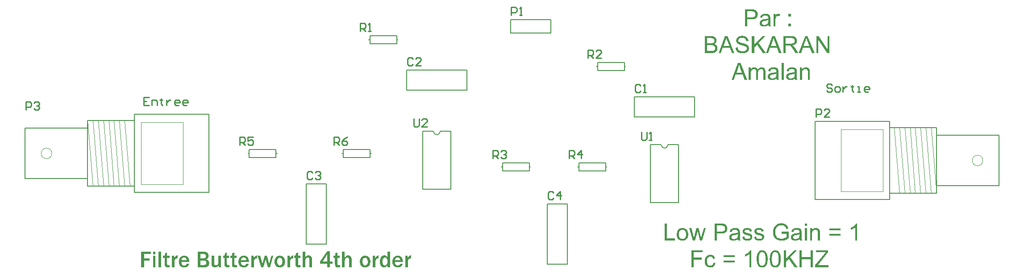
<source format=gto>
G04*
G04 #@! TF.GenerationSoftware,Altium Limited,Altium Designer,22.7.1 (60)*
G04*
G04 Layer_Color=65535*
%FSLAX42Y42*%
%MOMM*%
G71*
G04*
G04 #@! TF.SameCoordinates,5E95509D-5024-4279-8DF4-8E0BA65E4A92*
G04*
G04*
G04 #@! TF.FilePolarity,Positive*
G04*
G01*
G75*
%ADD10C,0.02*%
%ADD11C,0.20*%
%ADD12C,0.03*%
%ADD13C,0.25*%
G36*
X15893Y8878D02*
X15898Y8878D01*
X15904Y8877D01*
X15911Y8875D01*
X15918Y8873D01*
X15924Y8871D01*
X15925Y8870D01*
X15927Y8869D01*
X15930Y8868D01*
X15934Y8866D01*
X15939Y8863D01*
X15943Y8859D01*
X15947Y8855D01*
X15951Y8851D01*
X15951Y8850D01*
X15952Y8848D01*
X15953Y8846D01*
X15956Y8843D01*
X15958Y8838D01*
X15959Y8834D01*
X15962Y8828D01*
X15963Y8822D01*
Y8822D01*
X15964Y8820D01*
X15964Y8817D01*
X15964Y8813D01*
Y8808D01*
X15965Y8801D01*
X15965Y8793D01*
Y8784D01*
Y8641D01*
X15926D01*
Y8782D01*
Y8782D01*
Y8783D01*
Y8786D01*
Y8790D01*
X15926Y8795D01*
X15925Y8801D01*
X15924Y8807D01*
X15923Y8813D01*
X15921Y8818D01*
Y8818D01*
X15921Y8820D01*
X15919Y8822D01*
X15918Y8825D01*
X15915Y8828D01*
X15913Y8831D01*
X15909Y8834D01*
X15905Y8837D01*
X15904Y8837D01*
X15903Y8838D01*
X15900Y8839D01*
X15897Y8841D01*
X15893Y8842D01*
X15889Y8843D01*
X15883Y8844D01*
X15877Y8844D01*
X15875D01*
X15873Y8844D01*
X15869Y8843D01*
X15863Y8842D01*
X15856Y8840D01*
X15849Y8837D01*
X15841Y8834D01*
X15834Y8828D01*
X15834Y8827D01*
X15832Y8825D01*
X15830Y8823D01*
X15829Y8821D01*
X15827Y8818D01*
X15826Y8815D01*
X15824Y8811D01*
X15822Y8806D01*
X15821Y8801D01*
X15819Y8796D01*
X15818Y8790D01*
X15817Y8783D01*
X15816Y8775D01*
Y8767D01*
Y8641D01*
X15777D01*
Y8873D01*
X15812D01*
Y8840D01*
X15813Y8841D01*
X15814Y8842D01*
X15815Y8844D01*
X15817Y8846D01*
X15820Y8849D01*
X15823Y8852D01*
X15827Y8856D01*
X15831Y8860D01*
X15836Y8863D01*
X15841Y8866D01*
X15847Y8870D01*
X15854Y8872D01*
X15861Y8875D01*
X15869Y8877D01*
X15877Y8878D01*
X15886Y8879D01*
X15890D01*
X15893Y8878D01*
D02*
G37*
G36*
X15055D02*
X15058D01*
X15062Y8878D01*
X15069Y8876D01*
X15078Y8874D01*
X15087Y8870D01*
X15095Y8866D01*
X15103Y8859D01*
X15104Y8858D01*
X15106Y8855D01*
X15109Y8851D01*
X15110Y8848D01*
X15112Y8845D01*
X15114Y8841D01*
X15115Y8836D01*
X15117Y8832D01*
X15118Y8826D01*
X15119Y8821D01*
X15120Y8814D01*
X15121Y8808D01*
Y8800D01*
Y8641D01*
X15082D01*
Y8787D01*
Y8787D01*
Y8788D01*
Y8791D01*
Y8795D01*
X15081Y8800D01*
X15081Y8805D01*
X15081Y8811D01*
X15080Y8816D01*
X15078Y8821D01*
Y8821D01*
X15077Y8823D01*
X15076Y8824D01*
X15075Y8827D01*
X15073Y8829D01*
X15071Y8832D01*
X15068Y8835D01*
X15064Y8838D01*
X15064Y8838D01*
X15063Y8839D01*
X15061Y8840D01*
X15057Y8841D01*
X15054Y8842D01*
X15050Y8843D01*
X15046Y8844D01*
X15041Y8844D01*
X15038D01*
X15037Y8844D01*
X15032Y8843D01*
X15026Y8842D01*
X15020Y8840D01*
X15013Y8837D01*
X15006Y8833D01*
X15000Y8828D01*
X14999Y8827D01*
X14997Y8824D01*
X14994Y8821D01*
X14992Y8815D01*
X14988Y8808D01*
X14986Y8799D01*
X14984Y8788D01*
X14983Y8776D01*
Y8641D01*
X14944D01*
Y8791D01*
Y8792D01*
Y8793D01*
Y8794D01*
Y8796D01*
X14944Y8801D01*
X14943Y8806D01*
X14942Y8813D01*
X14940Y8819D01*
X14938Y8825D01*
X14934Y8831D01*
X14934Y8831D01*
X14932Y8833D01*
X14930Y8835D01*
X14927Y8838D01*
X14923Y8840D01*
X14917Y8842D01*
X14911Y8844D01*
X14903Y8844D01*
X14900D01*
X14897Y8844D01*
X14893Y8843D01*
X14888Y8842D01*
X14883Y8841D01*
X14878Y8838D01*
X14872Y8835D01*
X14872Y8835D01*
X14870Y8834D01*
X14868Y8832D01*
X14864Y8829D01*
X14861Y8825D01*
X14858Y8821D01*
X14855Y8816D01*
X14852Y8810D01*
X14851Y8809D01*
X14851Y8806D01*
X14850Y8803D01*
X14849Y8798D01*
X14847Y8791D01*
X14846Y8782D01*
X14846Y8773D01*
X14845Y8761D01*
Y8641D01*
X14806D01*
Y8873D01*
X14841D01*
Y8840D01*
X14842Y8841D01*
X14843Y8843D01*
X14846Y8846D01*
X14849Y8850D01*
X14853Y8854D01*
X14858Y8859D01*
X14864Y8864D01*
X14870Y8868D01*
X14871Y8868D01*
X14874Y8870D01*
X14877Y8871D01*
X14882Y8873D01*
X14888Y8875D01*
X14895Y8877D01*
X14903Y8878D01*
X14912Y8879D01*
X14916D01*
X14921Y8878D01*
X14926Y8877D01*
X14933Y8876D01*
X14940Y8874D01*
X14947Y8871D01*
X14954Y8867D01*
X14955Y8867D01*
X14957Y8866D01*
X14959Y8863D01*
X14963Y8860D01*
X14967Y8855D01*
X14971Y8850D01*
X14975Y8844D01*
X14977Y8837D01*
X14978Y8838D01*
X14979Y8839D01*
X14980Y8841D01*
X14982Y8844D01*
X14985Y8847D01*
X14988Y8850D01*
X14992Y8854D01*
X14997Y8858D01*
X15002Y8862D01*
X15007Y8866D01*
X15013Y8869D01*
X15019Y8872D01*
X15026Y8875D01*
X15034Y8877D01*
X15041Y8878D01*
X15050Y8879D01*
X15053D01*
X15055Y8878D01*
D02*
G37*
G36*
X15636D02*
X15643Y8878D01*
X15651Y8877D01*
X15659Y8875D01*
X15667Y8873D01*
X15674Y8871D01*
X15675Y8871D01*
X15678Y8870D01*
X15681Y8868D01*
X15685Y8866D01*
X15690Y8864D01*
X15694Y8861D01*
X15698Y8857D01*
X15702Y8854D01*
X15703Y8853D01*
X15703Y8852D01*
X15705Y8849D01*
X15707Y8847D01*
X15709Y8842D01*
X15711Y8838D01*
X15713Y8833D01*
X15714Y8827D01*
Y8827D01*
X15715Y8825D01*
X15715Y8823D01*
X15715Y8819D01*
Y8814D01*
X15716Y8808D01*
X15716Y8800D01*
Y8791D01*
Y8738D01*
Y8738D01*
Y8736D01*
Y8733D01*
Y8729D01*
Y8725D01*
Y8720D01*
X15717Y8709D01*
Y8698D01*
X15717Y8686D01*
X15718Y8681D01*
Y8676D01*
X15718Y8672D01*
X15719Y8669D01*
Y8668D01*
X15719Y8667D01*
X15720Y8664D01*
X15721Y8660D01*
X15722Y8656D01*
X15724Y8651D01*
X15726Y8646D01*
X15728Y8641D01*
X15687D01*
X15687Y8642D01*
X15686Y8643D01*
X15685Y8646D01*
X15684Y8649D01*
X15683Y8654D01*
X15682Y8659D01*
X15681Y8664D01*
X15680Y8670D01*
X15679D01*
X15679Y8669D01*
X15676Y8667D01*
X15672Y8664D01*
X15666Y8660D01*
X15659Y8655D01*
X15653Y8651D01*
X15645Y8647D01*
X15637Y8643D01*
X15636Y8643D01*
X15634Y8642D01*
X15629Y8641D01*
X15624Y8640D01*
X15618Y8638D01*
X15610Y8637D01*
X15602Y8636D01*
X15594Y8636D01*
X15590D01*
X15587Y8636D01*
X15584D01*
X15580Y8637D01*
X15572Y8638D01*
X15563Y8641D01*
X15553Y8644D01*
X15543Y8648D01*
X15535Y8655D01*
X15534Y8655D01*
X15532Y8658D01*
X15529Y8662D01*
X15525Y8667D01*
X15521Y8674D01*
X15518Y8682D01*
X15516Y8692D01*
X15515Y8697D01*
X15515Y8702D01*
Y8703D01*
Y8705D01*
X15515Y8708D01*
X15516Y8712D01*
X15516Y8717D01*
X15518Y8723D01*
X15520Y8728D01*
X15522Y8733D01*
X15523Y8734D01*
X15523Y8735D01*
X15525Y8738D01*
X15528Y8742D01*
X15530Y8745D01*
X15534Y8749D01*
X15538Y8753D01*
X15542Y8756D01*
X15543Y8756D01*
X15545Y8757D01*
X15547Y8759D01*
X15551Y8761D01*
X15555Y8763D01*
X15560Y8765D01*
X15565Y8767D01*
X15571Y8769D01*
X15572D01*
X15573Y8769D01*
X15576Y8770D01*
X15580Y8771D01*
X15585Y8772D01*
X15591Y8773D01*
X15597Y8774D01*
X15606Y8775D01*
X15606D01*
X15608Y8775D01*
X15610D01*
X15614Y8776D01*
X15617Y8776D01*
X15622Y8777D01*
X15627Y8778D01*
X15633Y8779D01*
X15644Y8781D01*
X15656Y8783D01*
X15666Y8786D01*
X15672Y8787D01*
X15676Y8789D01*
Y8789D01*
Y8790D01*
X15677Y8793D01*
Y8796D01*
Y8798D01*
Y8799D01*
Y8799D01*
Y8800D01*
Y8803D01*
X15676Y8807D01*
X15675Y8812D01*
X15674Y8818D01*
X15672Y8823D01*
X15669Y8829D01*
X15665Y8833D01*
X15665Y8833D01*
X15662Y8835D01*
X15659Y8837D01*
X15654Y8840D01*
X15647Y8842D01*
X15640Y8844D01*
X15631Y8846D01*
X15620Y8846D01*
X15616D01*
X15611Y8846D01*
X15604Y8845D01*
X15598Y8844D01*
X15591Y8842D01*
X15585Y8840D01*
X15579Y8836D01*
X15579Y8836D01*
X15577Y8835D01*
X15574Y8832D01*
X15572Y8829D01*
X15569Y8824D01*
X15566Y8818D01*
X15563Y8810D01*
X15560Y8802D01*
X15522Y8807D01*
Y8808D01*
X15522Y8808D01*
Y8810D01*
X15523Y8811D01*
X15524Y8816D01*
X15526Y8822D01*
X15528Y8828D01*
X15531Y8834D01*
X15535Y8841D01*
X15539Y8847D01*
X15539Y8847D01*
X15541Y8849D01*
X15544Y8852D01*
X15548Y8855D01*
X15553Y8859D01*
X15559Y8863D01*
X15566Y8867D01*
X15573Y8870D01*
X15574D01*
X15574Y8871D01*
X15576Y8871D01*
X15578Y8872D01*
X15582Y8873D01*
X15589Y8874D01*
X15596Y8876D01*
X15605Y8877D01*
X15615Y8878D01*
X15626Y8879D01*
X15631D01*
X15636Y8878D01*
D02*
G37*
G36*
X15467Y8641D02*
X15428D01*
Y8961D01*
X15467D01*
Y8641D01*
D02*
G37*
G36*
X15288Y8878D02*
X15295Y8878D01*
X15303Y8877D01*
X15311Y8875D01*
X15318Y8873D01*
X15326Y8871D01*
X15327Y8871D01*
X15329Y8870D01*
X15332Y8868D01*
X15336Y8866D01*
X15341Y8864D01*
X15346Y8861D01*
X15350Y8857D01*
X15354Y8854D01*
X15354Y8853D01*
X15355Y8852D01*
X15356Y8849D01*
X15358Y8847D01*
X15361Y8842D01*
X15362Y8838D01*
X15364Y8833D01*
X15366Y8827D01*
Y8827D01*
X15366Y8825D01*
X15367Y8823D01*
X15367Y8819D01*
Y8814D01*
X15367Y8808D01*
X15368Y8800D01*
Y8791D01*
Y8738D01*
Y8738D01*
Y8736D01*
Y8733D01*
Y8729D01*
Y8725D01*
Y8720D01*
X15368Y8709D01*
Y8698D01*
X15369Y8686D01*
X15369Y8681D01*
Y8676D01*
X15370Y8672D01*
X15370Y8669D01*
Y8668D01*
X15371Y8667D01*
X15371Y8664D01*
X15373Y8660D01*
X15373Y8656D01*
X15375Y8651D01*
X15378Y8646D01*
X15380Y8641D01*
X15339D01*
X15338Y8642D01*
X15338Y8643D01*
X15337Y8646D01*
X15336Y8649D01*
X15334Y8654D01*
X15333Y8659D01*
X15332Y8664D01*
X15331Y8670D01*
X15331D01*
X15330Y8669D01*
X15328Y8667D01*
X15324Y8664D01*
X15318Y8660D01*
X15311Y8655D01*
X15304Y8651D01*
X15297Y8647D01*
X15289Y8643D01*
X15288Y8643D01*
X15285Y8642D01*
X15281Y8641D01*
X15276Y8640D01*
X15269Y8638D01*
X15262Y8637D01*
X15254Y8636D01*
X15245Y8636D01*
X15242D01*
X15239Y8636D01*
X15236D01*
X15232Y8637D01*
X15224Y8638D01*
X15214Y8641D01*
X15204Y8644D01*
X15195Y8648D01*
X15187Y8655D01*
X15186Y8655D01*
X15183Y8658D01*
X15180Y8662D01*
X15176Y8667D01*
X15173Y8674D01*
X15169Y8682D01*
X15167Y8692D01*
X15167Y8697D01*
X15166Y8702D01*
Y8703D01*
Y8705D01*
X15167Y8708D01*
X15167Y8712D01*
X15168Y8717D01*
X15169Y8723D01*
X15171Y8728D01*
X15174Y8733D01*
X15174Y8734D01*
X15175Y8735D01*
X15177Y8738D01*
X15179Y8742D01*
X15182Y8745D01*
X15186Y8749D01*
X15189Y8753D01*
X15194Y8756D01*
X15194Y8756D01*
X15196Y8757D01*
X15199Y8759D01*
X15202Y8761D01*
X15206Y8763D01*
X15212Y8765D01*
X15217Y8767D01*
X15223Y8769D01*
X15223D01*
X15225Y8769D01*
X15228Y8770D01*
X15231Y8771D01*
X15236Y8772D01*
X15242Y8773D01*
X15249Y8774D01*
X15257Y8775D01*
X15258D01*
X15260Y8775D01*
X15262D01*
X15265Y8776D01*
X15269Y8776D01*
X15274Y8777D01*
X15279Y8778D01*
X15284Y8779D01*
X15295Y8781D01*
X15307Y8783D01*
X15318Y8786D01*
X15323Y8787D01*
X15328Y8789D01*
Y8789D01*
Y8790D01*
X15328Y8793D01*
Y8796D01*
Y8798D01*
Y8799D01*
Y8799D01*
Y8800D01*
Y8803D01*
X15328Y8807D01*
X15327Y8812D01*
X15325Y8818D01*
X15323Y8823D01*
X15320Y8829D01*
X15317Y8833D01*
X15316Y8833D01*
X15314Y8835D01*
X15310Y8837D01*
X15305Y8840D01*
X15299Y8842D01*
X15292Y8844D01*
X15282Y8846D01*
X15272Y8846D01*
X15267D01*
X15262Y8846D01*
X15256Y8845D01*
X15249Y8844D01*
X15243Y8842D01*
X15236Y8840D01*
X15230Y8836D01*
X15230Y8836D01*
X15228Y8835D01*
X15226Y8832D01*
X15223Y8829D01*
X15220Y8824D01*
X15217Y8818D01*
X15214Y8810D01*
X15212Y8802D01*
X15173Y8807D01*
Y8808D01*
X15174Y8808D01*
Y8810D01*
X15174Y8811D01*
X15175Y8816D01*
X15177Y8822D01*
X15180Y8828D01*
X15182Y8834D01*
X15186Y8841D01*
X15190Y8847D01*
X15191Y8847D01*
X15193Y8849D01*
X15195Y8852D01*
X15199Y8855D01*
X15204Y8859D01*
X15210Y8863D01*
X15217Y8867D01*
X15225Y8870D01*
X15225D01*
X15226Y8871D01*
X15227Y8871D01*
X15229Y8872D01*
X15234Y8873D01*
X15240Y8874D01*
X15248Y8876D01*
X15257Y8877D01*
X15267Y8878D01*
X15278Y8879D01*
X15283D01*
X15288Y8878D01*
D02*
G37*
G36*
X14777Y8641D02*
X14729D01*
X14692Y8738D01*
X14558D01*
X14523Y8641D01*
X14478D01*
X14600Y8961D01*
X14646D01*
X14777Y8641D01*
D02*
G37*
G36*
X14688Y9475D02*
X14691D01*
X14700Y9474D01*
X14710Y9473D01*
X14720Y9470D01*
X14731Y9467D01*
X14741Y9464D01*
X14742D01*
X14743Y9463D01*
X14744Y9462D01*
X14746Y9461D01*
X14751Y9459D01*
X14757Y9455D01*
X14764Y9450D01*
X14771Y9444D01*
X14777Y9437D01*
X14783Y9430D01*
Y9429D01*
X14784Y9429D01*
X14785Y9427D01*
X14785Y9426D01*
X14788Y9421D01*
X14791Y9415D01*
X14794Y9408D01*
X14796Y9399D01*
X14798Y9390D01*
X14799Y9380D01*
X14759Y9376D01*
Y9377D01*
Y9378D01*
X14758Y9379D01*
X14758Y9381D01*
X14756Y9387D01*
X14754Y9393D01*
X14752Y9401D01*
X14747Y9408D01*
X14742Y9415D01*
X14736Y9422D01*
X14735Y9422D01*
X14733Y9424D01*
X14728Y9427D01*
X14722Y9430D01*
X14714Y9432D01*
X14705Y9435D01*
X14693Y9437D01*
X14680Y9437D01*
X14674D01*
X14671Y9437D01*
X14667Y9436D01*
X14659Y9436D01*
X14650Y9434D01*
X14641Y9431D01*
X14632Y9428D01*
X14628Y9425D01*
X14624Y9423D01*
X14623Y9423D01*
X14622Y9421D01*
X14619Y9418D01*
X14616Y9414D01*
X14613Y9409D01*
X14610Y9403D01*
X14608Y9397D01*
X14607Y9389D01*
Y9388D01*
Y9387D01*
X14608Y9383D01*
X14609Y9380D01*
X14610Y9375D01*
X14612Y9370D01*
X14615Y9366D01*
X14619Y9361D01*
X14620Y9361D01*
X14622Y9359D01*
X14624Y9358D01*
X14626Y9357D01*
X14629Y9355D01*
X14632Y9354D01*
X14636Y9352D01*
X14641Y9350D01*
X14646Y9349D01*
X14652Y9346D01*
X14658Y9344D01*
X14666Y9342D01*
X14674Y9340D01*
X14683Y9338D01*
X14684D01*
X14685Y9337D01*
X14688Y9337D01*
X14691Y9336D01*
X14696Y9335D01*
X14701Y9334D01*
X14706Y9332D01*
X14711Y9331D01*
X14723Y9328D01*
X14735Y9324D01*
X14741Y9323D01*
X14746Y9321D01*
X14750Y9319D01*
X14754Y9318D01*
X14754D01*
X14755Y9317D01*
X14757Y9316D01*
X14759Y9315D01*
X14764Y9312D01*
X14770Y9309D01*
X14777Y9304D01*
X14784Y9298D01*
X14790Y9292D01*
X14796Y9285D01*
X14796Y9284D01*
X14798Y9281D01*
X14800Y9277D01*
X14803Y9272D01*
X14805Y9265D01*
X14807Y9257D01*
X14809Y9249D01*
X14809Y9239D01*
Y9239D01*
Y9238D01*
Y9237D01*
Y9235D01*
X14808Y9230D01*
X14807Y9224D01*
X14805Y9216D01*
X14803Y9208D01*
X14799Y9200D01*
X14794Y9191D01*
Y9191D01*
X14794Y9190D01*
X14791Y9188D01*
X14788Y9183D01*
X14784Y9179D01*
X14778Y9173D01*
X14770Y9167D01*
X14762Y9162D01*
X14752Y9156D01*
X14752D01*
X14751Y9156D01*
X14749Y9156D01*
X14747Y9155D01*
X14745Y9154D01*
X14741Y9152D01*
X14734Y9150D01*
X14725Y9148D01*
X14715Y9146D01*
X14703Y9144D01*
X14691Y9144D01*
X14683D01*
X14679Y9144D01*
X14675D01*
X14671Y9145D01*
X14665Y9145D01*
X14654Y9147D01*
X14642Y9149D01*
X14629Y9152D01*
X14618Y9156D01*
X14617D01*
X14617Y9157D01*
X14615Y9158D01*
X14613Y9159D01*
X14608Y9162D01*
X14601Y9166D01*
X14594Y9171D01*
X14586Y9178D01*
X14579Y9186D01*
X14572Y9194D01*
Y9195D01*
X14571Y9196D01*
X14570Y9197D01*
X14569Y9199D01*
X14568Y9201D01*
X14567Y9204D01*
X14563Y9211D01*
X14560Y9220D01*
X14557Y9230D01*
X14555Y9241D01*
X14555Y9252D01*
X14594Y9256D01*
Y9256D01*
Y9255D01*
X14595Y9254D01*
Y9252D01*
X14596Y9248D01*
X14597Y9242D01*
X14599Y9236D01*
X14601Y9229D01*
X14604Y9222D01*
X14607Y9216D01*
X14608Y9216D01*
X14609Y9214D01*
X14611Y9211D01*
X14615Y9207D01*
X14620Y9203D01*
X14625Y9199D01*
X14632Y9195D01*
X14639Y9191D01*
X14640D01*
X14640Y9191D01*
X14642Y9190D01*
X14643Y9190D01*
X14648Y9188D01*
X14654Y9187D01*
X14661Y9185D01*
X14669Y9183D01*
X14679Y9182D01*
X14689Y9182D01*
X14693D01*
X14698Y9182D01*
X14703Y9183D01*
X14710Y9184D01*
X14717Y9185D01*
X14724Y9187D01*
X14731Y9189D01*
X14732Y9189D01*
X14735Y9190D01*
X14738Y9192D01*
X14742Y9194D01*
X14746Y9197D01*
X14751Y9200D01*
X14755Y9204D01*
X14759Y9209D01*
X14760Y9209D01*
X14760Y9211D01*
X14762Y9213D01*
X14764Y9217D01*
X14766Y9221D01*
X14767Y9225D01*
X14768Y9231D01*
X14768Y9236D01*
Y9237D01*
Y9239D01*
X14768Y9242D01*
X14767Y9245D01*
X14766Y9249D01*
X14765Y9254D01*
X14762Y9258D01*
X14759Y9262D01*
X14759Y9263D01*
X14757Y9264D01*
X14755Y9266D01*
X14752Y9269D01*
X14748Y9272D01*
X14743Y9275D01*
X14737Y9278D01*
X14730Y9281D01*
X14730Y9281D01*
X14728Y9282D01*
X14724Y9283D01*
X14722Y9284D01*
X14718Y9285D01*
X14715Y9286D01*
X14711Y9287D01*
X14706Y9288D01*
X14701Y9290D01*
X14695Y9291D01*
X14689Y9293D01*
X14681Y9295D01*
X14673Y9297D01*
X14673D01*
X14672Y9297D01*
X14669Y9298D01*
X14666Y9299D01*
X14663Y9299D01*
X14659Y9300D01*
X14649Y9303D01*
X14639Y9306D01*
X14629Y9310D01*
X14619Y9313D01*
X14615Y9315D01*
X14611Y9317D01*
X14611D01*
X14610Y9317D01*
X14608Y9319D01*
X14604Y9321D01*
X14599Y9325D01*
X14593Y9329D01*
X14588Y9334D01*
X14582Y9340D01*
X14578Y9347D01*
X14577Y9348D01*
X14576Y9350D01*
X14574Y9354D01*
X14572Y9358D01*
X14570Y9364D01*
X14568Y9371D01*
X14567Y9379D01*
X14567Y9387D01*
Y9387D01*
Y9387D01*
Y9389D01*
Y9391D01*
X14567Y9395D01*
X14568Y9401D01*
X14570Y9408D01*
X14572Y9416D01*
X14575Y9424D01*
X14580Y9432D01*
Y9432D01*
X14580Y9433D01*
X14583Y9436D01*
X14586Y9439D01*
X14590Y9444D01*
X14596Y9449D01*
X14603Y9455D01*
X14611Y9460D01*
X14620Y9464D01*
X14621D01*
X14622Y9465D01*
X14623Y9465D01*
X14625Y9466D01*
X14627Y9467D01*
X14630Y9468D01*
X14637Y9470D01*
X14646Y9472D01*
X14656Y9474D01*
X14667Y9475D01*
X14679Y9475D01*
X14685D01*
X14688Y9475D01*
D02*
G37*
G36*
X14990Y9340D02*
X15130Y9150D01*
X15074D01*
X14960Y9311D01*
X14908Y9261D01*
Y9150D01*
X14865D01*
Y9470D01*
X14908D01*
Y9311D01*
X15066Y9470D01*
X15124D01*
X14990Y9340D01*
D02*
G37*
G36*
X16338Y9150D02*
X16294D01*
X16126Y9401D01*
Y9150D01*
X16085D01*
Y9470D01*
X16129D01*
X16297Y9218D01*
Y9470D01*
X16338D01*
Y9150D01*
D02*
G37*
G36*
X16052D02*
X16003D01*
X15966Y9247D01*
X15832D01*
X15797Y9150D01*
X15752D01*
X15874Y9470D01*
X15921D01*
X16052Y9150D01*
D02*
G37*
G36*
X15617Y9469D02*
X15621D01*
X15631Y9469D01*
X15641Y9467D01*
X15652Y9466D01*
X15662Y9464D01*
X15668Y9462D01*
X15672Y9461D01*
X15672D01*
X15673Y9461D01*
X15675Y9459D01*
X15680Y9457D01*
X15685Y9454D01*
X15690Y9450D01*
X15696Y9444D01*
X15702Y9438D01*
X15707Y9430D01*
Y9430D01*
X15708Y9430D01*
X15710Y9427D01*
X15711Y9422D01*
X15714Y9416D01*
X15717Y9409D01*
X15719Y9401D01*
X15720Y9392D01*
X15721Y9382D01*
Y9382D01*
Y9381D01*
Y9379D01*
X15720Y9377D01*
Y9374D01*
X15720Y9370D01*
X15718Y9362D01*
X15715Y9353D01*
X15711Y9343D01*
X15706Y9334D01*
X15702Y9329D01*
X15699Y9324D01*
X15698Y9324D01*
X15698Y9324D01*
X15696Y9322D01*
X15694Y9321D01*
X15692Y9319D01*
X15689Y9317D01*
X15686Y9315D01*
X15682Y9312D01*
X15677Y9310D01*
X15672Y9307D01*
X15667Y9305D01*
X15661Y9302D01*
X15654Y9300D01*
X15647Y9298D01*
X15639Y9297D01*
X15630Y9295D01*
X15631Y9295D01*
X15633Y9294D01*
X15636Y9292D01*
X15640Y9290D01*
X15648Y9285D01*
X15652Y9282D01*
X15656Y9279D01*
X15657Y9278D01*
X15659Y9276D01*
X15663Y9272D01*
X15668Y9268D01*
X15673Y9261D01*
X15679Y9254D01*
X15685Y9246D01*
X15691Y9237D01*
X15746Y9150D01*
X15693D01*
X15651Y9216D01*
Y9217D01*
X15650Y9218D01*
X15649Y9219D01*
X15648Y9221D01*
X15645Y9226D01*
X15641Y9232D01*
X15636Y9239D01*
X15630Y9247D01*
X15625Y9254D01*
X15621Y9260D01*
X15620Y9261D01*
X15619Y9262D01*
X15617Y9265D01*
X15613Y9268D01*
X15606Y9275D01*
X15603Y9279D01*
X15599Y9281D01*
X15599Y9282D01*
X15598Y9282D01*
X15596Y9283D01*
X15593Y9285D01*
X15590Y9286D01*
X15587Y9287D01*
X15580Y9290D01*
X15579D01*
X15578Y9290D01*
X15576D01*
X15574Y9291D01*
X15571Y9291D01*
X15567D01*
X15562Y9292D01*
X15507D01*
Y9150D01*
X15465D01*
Y9470D01*
X15613D01*
X15617Y9469D01*
D02*
G37*
G36*
X15430Y9150D02*
X15382D01*
X15344Y9247D01*
X15210D01*
X15176Y9150D01*
X15131D01*
X15253Y9470D01*
X15299D01*
X15430Y9150D01*
D02*
G37*
G36*
X14535D02*
X14486D01*
X14449Y9247D01*
X14315D01*
X14280Y9150D01*
X14235D01*
X14357Y9470D01*
X14404D01*
X14535Y9150D01*
D02*
G37*
G36*
X14099Y9469D02*
X14103D01*
X14111Y9468D01*
X14120Y9467D01*
X14130Y9466D01*
X14140Y9463D01*
X14149Y9460D01*
X14149D01*
X14150Y9460D01*
X14152Y9458D01*
X14157Y9456D01*
X14161Y9453D01*
X14167Y9449D01*
X14173Y9443D01*
X14178Y9437D01*
X14183Y9430D01*
X14184Y9429D01*
X14185Y9426D01*
X14188Y9423D01*
X14190Y9417D01*
X14192Y9411D01*
X14194Y9404D01*
X14196Y9396D01*
X14196Y9388D01*
Y9387D01*
Y9385D01*
X14196Y9380D01*
X14195Y9375D01*
X14194Y9369D01*
X14191Y9363D01*
X14188Y9356D01*
X14185Y9349D01*
X14184Y9349D01*
X14183Y9347D01*
X14180Y9343D01*
X14176Y9339D01*
X14172Y9335D01*
X14166Y9330D01*
X14159Y9325D01*
X14151Y9320D01*
X14152D01*
X14153Y9320D01*
X14154Y9319D01*
X14156Y9318D01*
X14162Y9317D01*
X14168Y9313D01*
X14175Y9309D01*
X14183Y9304D01*
X14190Y9298D01*
X14196Y9291D01*
X14197Y9290D01*
X14199Y9287D01*
X14201Y9283D01*
X14204Y9277D01*
X14207Y9270D01*
X14210Y9262D01*
X14212Y9253D01*
X14212Y9243D01*
Y9242D01*
Y9242D01*
Y9239D01*
X14212Y9234D01*
X14211Y9229D01*
X14210Y9222D01*
X14208Y9215D01*
X14206Y9208D01*
X14202Y9200D01*
X14202Y9200D01*
X14200Y9197D01*
X14199Y9194D01*
X14196Y9189D01*
X14192Y9185D01*
X14188Y9180D01*
X14184Y9175D01*
X14179Y9170D01*
X14178Y9170D01*
X14176Y9169D01*
X14173Y9167D01*
X14169Y9165D01*
X14164Y9162D01*
X14158Y9159D01*
X14151Y9157D01*
X14144Y9155D01*
X14143D01*
X14140Y9154D01*
X14135Y9153D01*
X14129Y9152D01*
X14122Y9151D01*
X14113Y9150D01*
X14103Y9150D01*
X14092Y9150D01*
X13970D01*
Y9470D01*
X14096D01*
X14099Y9469D01*
D02*
G37*
G36*
X15367Y9894D02*
X15372Y9893D01*
X15378Y9891D01*
X15385Y9889D01*
X15392Y9886D01*
X15400Y9882D01*
X15385Y9845D01*
X15385Y9846D01*
X15383Y9847D01*
X15380Y9848D01*
X15377Y9850D01*
X15372Y9851D01*
X15367Y9852D01*
X15362Y9853D01*
X15357Y9854D01*
X15355D01*
X15353Y9853D01*
X15349Y9853D01*
X15346Y9852D01*
X15342Y9851D01*
X15338Y9849D01*
X15334Y9846D01*
X15334Y9845D01*
X15332Y9845D01*
X15331Y9843D01*
X15329Y9840D01*
X15326Y9837D01*
X15324Y9833D01*
X15322Y9829D01*
X15320Y9824D01*
X15319Y9823D01*
X15319Y9820D01*
X15318Y9816D01*
X15317Y9811D01*
X15315Y9804D01*
X15314Y9796D01*
X15314Y9788D01*
X15313Y9778D01*
Y9657D01*
X15274D01*
Y9889D01*
X15310D01*
Y9854D01*
X15310Y9855D01*
X15312Y9858D01*
X15314Y9862D01*
X15318Y9867D01*
X15322Y9872D01*
X15326Y9878D01*
X15330Y9882D01*
X15334Y9886D01*
X15335Y9887D01*
X15336Y9888D01*
X15339Y9889D01*
X15341Y9890D01*
X15345Y9892D01*
X15350Y9893D01*
X15354Y9894D01*
X15360Y9895D01*
X15363D01*
X15367Y9894D01*
D02*
G37*
G36*
X15603Y9845D02*
X15559D01*
Y9889D01*
X15603D01*
Y9845D01*
D02*
G37*
G36*
Y9657D02*
X15559D01*
Y9702D01*
X15603D01*
Y9657D01*
D02*
G37*
G36*
X15134Y9894D02*
X15141Y9894D01*
X15149Y9893D01*
X15156Y9891D01*
X15164Y9889D01*
X15172Y9887D01*
X15173Y9887D01*
X15175Y9886D01*
X15178Y9884D01*
X15182Y9882D01*
X15187Y9880D01*
X15192Y9877D01*
X15196Y9873D01*
X15199Y9870D01*
X15200Y9869D01*
X15201Y9868D01*
X15202Y9865D01*
X15204Y9863D01*
X15206Y9858D01*
X15208Y9854D01*
X15210Y9849D01*
X15211Y9843D01*
Y9843D01*
X15212Y9841D01*
X15212Y9839D01*
X15213Y9835D01*
Y9830D01*
X15213Y9824D01*
X15214Y9816D01*
Y9807D01*
Y9754D01*
Y9754D01*
Y9752D01*
Y9749D01*
Y9745D01*
Y9741D01*
Y9736D01*
X15214Y9725D01*
Y9714D01*
X15215Y9702D01*
X15215Y9697D01*
Y9692D01*
X15216Y9688D01*
X15216Y9685D01*
Y9684D01*
X15217Y9683D01*
X15217Y9680D01*
X15218Y9676D01*
X15219Y9672D01*
X15221Y9667D01*
X15223Y9662D01*
X15226Y9657D01*
X15185D01*
X15184Y9658D01*
X15184Y9659D01*
X15183Y9662D01*
X15181Y9665D01*
X15180Y9670D01*
X15179Y9675D01*
X15178Y9680D01*
X15177Y9686D01*
X15177D01*
X15176Y9685D01*
X15174Y9683D01*
X15169Y9680D01*
X15164Y9676D01*
X15157Y9671D01*
X15150Y9667D01*
X15142Y9663D01*
X15135Y9659D01*
X15134Y9659D01*
X15131Y9658D01*
X15127Y9657D01*
X15122Y9656D01*
X15115Y9654D01*
X15108Y9653D01*
X15099Y9652D01*
X15091Y9652D01*
X15087D01*
X15085Y9652D01*
X15081D01*
X15078Y9653D01*
X15069Y9654D01*
X15060Y9657D01*
X15050Y9660D01*
X15041Y9664D01*
X15032Y9671D01*
X15031Y9671D01*
X15029Y9674D01*
X15026Y9678D01*
X15022Y9683D01*
X15018Y9690D01*
X15015Y9698D01*
X15013Y9708D01*
X15012Y9713D01*
X15012Y9718D01*
Y9719D01*
Y9721D01*
X15012Y9724D01*
X15013Y9728D01*
X15014Y9733D01*
X15015Y9739D01*
X15017Y9744D01*
X15019Y9749D01*
X15020Y9750D01*
X15021Y9751D01*
X15023Y9754D01*
X15025Y9758D01*
X15028Y9761D01*
X15031Y9765D01*
X15035Y9769D01*
X15040Y9772D01*
X15040Y9772D01*
X15042Y9773D01*
X15044Y9775D01*
X15048Y9777D01*
X15052Y9779D01*
X15057Y9781D01*
X15062Y9783D01*
X15068Y9785D01*
X15069D01*
X15071Y9785D01*
X15074Y9786D01*
X15077Y9787D01*
X15082Y9788D01*
X15088Y9789D01*
X15095Y9790D01*
X15103Y9791D01*
X15104D01*
X15105Y9791D01*
X15108D01*
X15111Y9792D01*
X15115Y9792D01*
X15119Y9793D01*
X15124Y9794D01*
X15130Y9795D01*
X15141Y9797D01*
X15153Y9799D01*
X15164Y9802D01*
X15169Y9803D01*
X15174Y9805D01*
Y9805D01*
Y9806D01*
X15174Y9809D01*
Y9812D01*
Y9814D01*
Y9815D01*
Y9815D01*
Y9816D01*
Y9819D01*
X15174Y9823D01*
X15173Y9828D01*
X15171Y9834D01*
X15169Y9839D01*
X15166Y9845D01*
X15162Y9849D01*
X15162Y9849D01*
X15160Y9851D01*
X15156Y9853D01*
X15151Y9856D01*
X15145Y9858D01*
X15137Y9860D01*
X15128Y9862D01*
X15118Y9862D01*
X15113D01*
X15108Y9862D01*
X15102Y9861D01*
X15095Y9860D01*
X15088Y9858D01*
X15082Y9856D01*
X15076Y9852D01*
X15076Y9852D01*
X15074Y9851D01*
X15072Y9848D01*
X15069Y9845D01*
X15066Y9840D01*
X15063Y9834D01*
X15060Y9826D01*
X15057Y9818D01*
X15019Y9823D01*
Y9824D01*
X15019Y9824D01*
Y9826D01*
X15020Y9827D01*
X15021Y9832D01*
X15023Y9838D01*
X15025Y9844D01*
X15028Y9850D01*
X15032Y9857D01*
X15036Y9863D01*
X15037Y9863D01*
X15038Y9865D01*
X15041Y9868D01*
X15045Y9871D01*
X15050Y9875D01*
X15056Y9879D01*
X15063Y9883D01*
X15071Y9886D01*
X15071D01*
X15072Y9887D01*
X15073Y9887D01*
X15075Y9888D01*
X15080Y9889D01*
X15086Y9890D01*
X15093Y9892D01*
X15103Y9893D01*
X15112Y9894D01*
X15124Y9895D01*
X15129D01*
X15134Y9894D01*
D02*
G37*
G36*
X14870Y9977D02*
X14878Y9976D01*
X14887Y9976D01*
X14894Y9975D01*
X14901Y9974D01*
X14902D01*
X14906Y9973D01*
X14910Y9972D01*
X14915Y9971D01*
X14921Y9969D01*
X14928Y9966D01*
X14935Y9963D01*
X14941Y9959D01*
X14942Y9958D01*
X14943Y9957D01*
X14946Y9954D01*
X14950Y9951D01*
X14954Y9947D01*
X14958Y9941D01*
X14963Y9935D01*
X14967Y9928D01*
X14967Y9927D01*
X14968Y9925D01*
X14970Y9921D01*
X14972Y9915D01*
X14973Y9909D01*
X14975Y9901D01*
X14976Y9893D01*
X14976Y9884D01*
Y9884D01*
Y9882D01*
Y9881D01*
X14976Y9877D01*
X14975Y9874D01*
X14975Y9870D01*
X14974Y9865D01*
X14973Y9860D01*
X14970Y9850D01*
X14968Y9844D01*
X14965Y9838D01*
X14962Y9832D01*
X14959Y9826D01*
X14955Y9821D01*
X14950Y9815D01*
X14950Y9815D01*
X14949Y9814D01*
X14947Y9813D01*
X14945Y9811D01*
X14942Y9809D01*
X14938Y9807D01*
X14934Y9804D01*
X14929Y9801D01*
X14923Y9799D01*
X14916Y9796D01*
X14908Y9794D01*
X14900Y9792D01*
X14890Y9790D01*
X14880Y9789D01*
X14869Y9788D01*
X14856Y9787D01*
X14775D01*
Y9657D01*
X14732D01*
Y9977D01*
X14863D01*
X14870Y9977D01*
D02*
G37*
G36*
X16020Y5086D02*
X15977D01*
Y5236D01*
X15812D01*
Y5086D01*
X15769D01*
Y5406D01*
X15812D01*
Y5274D01*
X15977D01*
Y5406D01*
X16020D01*
Y5086D01*
D02*
G37*
G36*
X14538Y5274D02*
X14326D01*
Y5310D01*
X14538D01*
Y5274D01*
D02*
G37*
G36*
X15592Y5276D02*
X15732Y5086D01*
X15676D01*
X15562Y5247D01*
X15510Y5197D01*
Y5086D01*
X15467D01*
Y5406D01*
X15510D01*
Y5247D01*
X15668Y5406D01*
X15726D01*
X15592Y5276D01*
D02*
G37*
G36*
X14083Y5323D02*
X14086D01*
X14089Y5322D01*
X14098Y5321D01*
X14108Y5318D01*
X14118Y5315D01*
X14128Y5310D01*
X14138Y5304D01*
X14139D01*
X14139Y5303D01*
X14142Y5300D01*
X14146Y5296D01*
X14151Y5290D01*
X14156Y5282D01*
X14161Y5273D01*
X14166Y5262D01*
X14169Y5250D01*
X14131Y5244D01*
Y5244D01*
X14130Y5245D01*
X14130Y5248D01*
X14128Y5252D01*
X14126Y5257D01*
X14124Y5262D01*
X14120Y5268D01*
X14116Y5274D01*
X14111Y5279D01*
X14111Y5279D01*
X14109Y5280D01*
X14106Y5282D01*
X14102Y5285D01*
X14097Y5287D01*
X14091Y5289D01*
X14085Y5290D01*
X14078Y5291D01*
X14075D01*
X14073Y5290D01*
X14068Y5290D01*
X14061Y5288D01*
X14053Y5285D01*
X14045Y5282D01*
X14037Y5276D01*
X14033Y5273D01*
X14030Y5269D01*
Y5269D01*
X14029Y5268D01*
X14028Y5267D01*
X14027Y5265D01*
X14026Y5263D01*
X14024Y5260D01*
X14022Y5257D01*
X14021Y5253D01*
X14019Y5248D01*
X14017Y5243D01*
X14015Y5238D01*
X14014Y5232D01*
X14013Y5225D01*
X14012Y5218D01*
X14011Y5210D01*
Y5202D01*
Y5201D01*
Y5200D01*
Y5197D01*
X14012Y5194D01*
Y5190D01*
X14012Y5186D01*
X14014Y5176D01*
X14015Y5165D01*
X14019Y5153D01*
X14023Y5143D01*
X14026Y5138D01*
X14029Y5134D01*
X14030Y5133D01*
X14032Y5130D01*
X14036Y5127D01*
X14041Y5124D01*
X14048Y5119D01*
X14056Y5116D01*
X14065Y5114D01*
X14070Y5113D01*
X14076Y5113D01*
X14077D01*
X14079Y5113D01*
X14084Y5114D01*
X14089Y5115D01*
X14095Y5116D01*
X14102Y5119D01*
X14108Y5122D01*
X14114Y5127D01*
X14115Y5127D01*
X14116Y5130D01*
X14119Y5133D01*
X14122Y5138D01*
X14126Y5144D01*
X14129Y5151D01*
X14132Y5161D01*
X14134Y5171D01*
X14173Y5166D01*
Y5165D01*
X14172Y5164D01*
X14172Y5162D01*
X14171Y5159D01*
X14170Y5155D01*
X14170Y5152D01*
X14166Y5142D01*
X14162Y5133D01*
X14156Y5122D01*
X14149Y5112D01*
X14145Y5107D01*
X14140Y5103D01*
X14139Y5102D01*
X14139Y5102D01*
X14137Y5101D01*
X14135Y5099D01*
X14133Y5098D01*
X14130Y5096D01*
X14126Y5094D01*
X14122Y5092D01*
X14113Y5087D01*
X14102Y5084D01*
X14090Y5081D01*
X14083Y5081D01*
X14076Y5080D01*
X14071D01*
X14068Y5081D01*
X14064Y5081D01*
X14059Y5082D01*
X14054Y5083D01*
X14049Y5084D01*
X14036Y5088D01*
X14030Y5091D01*
X14024Y5093D01*
X14017Y5097D01*
X14011Y5101D01*
X14005Y5106D01*
X14000Y5111D01*
X13999Y5112D01*
X13998Y5113D01*
X13997Y5115D01*
X13995Y5117D01*
X13993Y5120D01*
X13990Y5124D01*
X13988Y5129D01*
X13985Y5134D01*
X13983Y5140D01*
X13980Y5147D01*
X13977Y5154D01*
X13976Y5162D01*
X13974Y5171D01*
X13972Y5180D01*
X13971Y5190D01*
X13971Y5201D01*
Y5201D01*
Y5203D01*
Y5204D01*
Y5207D01*
X13971Y5211D01*
Y5214D01*
X13972Y5218D01*
X13972Y5223D01*
X13974Y5233D01*
X13976Y5244D01*
X13979Y5255D01*
X13983Y5267D01*
Y5267D01*
X13983Y5268D01*
X13984Y5269D01*
X13985Y5271D01*
X13988Y5276D01*
X13992Y5282D01*
X13998Y5289D01*
X14004Y5296D01*
X14012Y5303D01*
X14021Y5309D01*
X14021D01*
X14022Y5309D01*
X14024Y5310D01*
X14026Y5311D01*
X14028Y5312D01*
X14031Y5313D01*
X14038Y5316D01*
X14046Y5318D01*
X14055Y5321D01*
X14065Y5323D01*
X14077Y5323D01*
X14080D01*
X14083Y5323D01*
D02*
G37*
G36*
X14538Y5177D02*
X14326D01*
Y5213D01*
X14538D01*
Y5177D01*
D02*
G37*
G36*
X16313Y5368D02*
X16132Y5146D01*
X16113Y5124D01*
X16318D01*
Y5086D01*
X16065D01*
Y5125D01*
X16229Y5329D01*
Y5330D01*
X16230Y5330D01*
X16232Y5333D01*
X16235Y5337D01*
X16240Y5342D01*
X16245Y5348D01*
X16250Y5355D01*
X16256Y5361D01*
X16262Y5368D01*
X16083D01*
Y5406D01*
X16313D01*
Y5368D01*
D02*
G37*
G36*
X14854Y5086D02*
X14815D01*
Y5336D01*
X14814Y5335D01*
X14812Y5334D01*
X14809Y5331D01*
X14804Y5328D01*
X14799Y5323D01*
X14793Y5319D01*
X14786Y5314D01*
X14777Y5309D01*
X14777D01*
X14776Y5308D01*
X14773Y5306D01*
X14769Y5304D01*
X14763Y5301D01*
X14757Y5298D01*
X14750Y5295D01*
X14743Y5291D01*
X14736Y5289D01*
Y5327D01*
X14736D01*
X14737Y5328D01*
X14739Y5328D01*
X14742Y5329D01*
X14744Y5331D01*
X14748Y5333D01*
X14755Y5337D01*
X14765Y5342D01*
X14774Y5349D01*
X14784Y5356D01*
X14793Y5364D01*
X14794Y5365D01*
X14794Y5365D01*
X14796Y5366D01*
X14798Y5368D01*
X14802Y5372D01*
X14807Y5378D01*
X14813Y5385D01*
X14819Y5392D01*
X14824Y5399D01*
X14829Y5407D01*
X14854D01*
Y5086D01*
D02*
G37*
G36*
X13933Y5368D02*
X13759D01*
Y5269D01*
X13909D01*
Y5231D01*
X13759D01*
Y5086D01*
X13716D01*
Y5406D01*
X13933D01*
Y5368D01*
D02*
G37*
G36*
X15318Y5407D02*
X15324Y5406D01*
X15331Y5404D01*
X15338Y5403D01*
X15346Y5400D01*
X15353Y5397D01*
X15354D01*
X15354Y5396D01*
X15357Y5395D01*
X15360Y5392D01*
X15365Y5389D01*
X15370Y5385D01*
X15376Y5379D01*
X15381Y5373D01*
X15386Y5366D01*
X15386Y5366D01*
X15388Y5363D01*
X15390Y5359D01*
X15393Y5353D01*
X15396Y5346D01*
X15400Y5338D01*
X15403Y5329D01*
X15406Y5319D01*
Y5318D01*
X15406Y5317D01*
X15407Y5316D01*
X15407Y5314D01*
X15407Y5311D01*
X15408Y5308D01*
X15409Y5304D01*
X15409Y5299D01*
X15410Y5294D01*
X15411Y5288D01*
X15411Y5282D01*
X15412Y5275D01*
X15413Y5268D01*
Y5260D01*
X15413Y5252D01*
Y5243D01*
Y5243D01*
Y5241D01*
Y5238D01*
Y5234D01*
X15413Y5229D01*
Y5223D01*
X15412Y5217D01*
X15412Y5211D01*
X15410Y5196D01*
X15408Y5181D01*
X15405Y5166D01*
X15403Y5159D01*
X15401Y5152D01*
Y5152D01*
X15401Y5151D01*
X15400Y5149D01*
X15399Y5147D01*
X15398Y5143D01*
X15396Y5140D01*
X15392Y5132D01*
X15388Y5124D01*
X15382Y5115D01*
X15375Y5106D01*
X15366Y5099D01*
X15366D01*
X15365Y5098D01*
X15364Y5097D01*
X15362Y5096D01*
X15360Y5094D01*
X15358Y5092D01*
X15351Y5089D01*
X15342Y5086D01*
X15333Y5083D01*
X15321Y5081D01*
X15308Y5080D01*
X15304D01*
X15301Y5080D01*
X15297Y5081D01*
X15292Y5082D01*
X15287Y5083D01*
X15282Y5084D01*
X15276Y5086D01*
X15270Y5088D01*
X15264Y5091D01*
X15258Y5094D01*
X15252Y5098D01*
X15246Y5102D01*
X15240Y5107D01*
X15235Y5113D01*
X15235Y5113D01*
X15234Y5115D01*
X15233Y5117D01*
X15230Y5121D01*
X15228Y5125D01*
X15226Y5130D01*
X15222Y5137D01*
X15220Y5144D01*
X15217Y5153D01*
X15214Y5162D01*
X15211Y5173D01*
X15209Y5185D01*
X15207Y5198D01*
X15205Y5212D01*
X15204Y5227D01*
X15204Y5243D01*
Y5244D01*
Y5246D01*
Y5249D01*
Y5253D01*
X15204Y5258D01*
Y5263D01*
X15205Y5269D01*
X15205Y5276D01*
X15207Y5291D01*
X15209Y5306D01*
X15212Y5321D01*
X15214Y5328D01*
X15215Y5335D01*
Y5335D01*
X15216Y5336D01*
X15217Y5338D01*
X15218Y5341D01*
X15219Y5344D01*
X15221Y5347D01*
X15224Y5355D01*
X15229Y5363D01*
X15235Y5372D01*
X15242Y5381D01*
X15250Y5388D01*
X15251D01*
X15251Y5389D01*
X15252Y5390D01*
X15254Y5391D01*
X15257Y5393D01*
X15259Y5394D01*
X15266Y5398D01*
X15275Y5401D01*
X15284Y5404D01*
X15296Y5406D01*
X15308Y5407D01*
X15313D01*
X15318Y5407D01*
D02*
G37*
G36*
X15069D02*
X15075Y5406D01*
X15082Y5404D01*
X15089Y5403D01*
X15097Y5400D01*
X15104Y5397D01*
X15105D01*
X15105Y5396D01*
X15108Y5395D01*
X15111Y5392D01*
X15116Y5389D01*
X15121Y5385D01*
X15127Y5379D01*
X15132Y5373D01*
X15137Y5366D01*
X15137Y5366D01*
X15139Y5363D01*
X15141Y5359D01*
X15144Y5353D01*
X15147Y5346D01*
X15151Y5338D01*
X15154Y5329D01*
X15157Y5319D01*
Y5318D01*
X15157Y5317D01*
X15158Y5316D01*
X15158Y5314D01*
X15159Y5311D01*
X15159Y5308D01*
X15160Y5304D01*
X15160Y5299D01*
X15161Y5294D01*
X15162Y5288D01*
X15162Y5282D01*
X15163Y5275D01*
X15164Y5268D01*
Y5260D01*
X15164Y5252D01*
Y5243D01*
Y5243D01*
Y5241D01*
Y5238D01*
Y5234D01*
X15164Y5229D01*
Y5223D01*
X15163Y5217D01*
X15163Y5211D01*
X15161Y5196D01*
X15159Y5181D01*
X15156Y5166D01*
X15154Y5159D01*
X15152Y5152D01*
Y5152D01*
X15152Y5151D01*
X15151Y5149D01*
X15150Y5147D01*
X15149Y5143D01*
X15147Y5140D01*
X15143Y5132D01*
X15139Y5124D01*
X15133Y5115D01*
X15126Y5106D01*
X15117Y5099D01*
X15117D01*
X15116Y5098D01*
X15115Y5097D01*
X15113Y5096D01*
X15111Y5094D01*
X15109Y5092D01*
X15102Y5089D01*
X15093Y5086D01*
X15084Y5083D01*
X15072Y5081D01*
X15059Y5080D01*
X15055D01*
X15052Y5080D01*
X15048Y5081D01*
X15043Y5082D01*
X15038Y5083D01*
X15033Y5084D01*
X15027Y5086D01*
X15021Y5088D01*
X15015Y5091D01*
X15009Y5094D01*
X15003Y5098D01*
X14997Y5102D01*
X14991Y5107D01*
X14986Y5113D01*
X14986Y5113D01*
X14985Y5115D01*
X14984Y5117D01*
X14981Y5121D01*
X14979Y5125D01*
X14977Y5130D01*
X14973Y5137D01*
X14971Y5144D01*
X14968Y5153D01*
X14965Y5162D01*
X14962Y5173D01*
X14960Y5185D01*
X14958Y5198D01*
X14956Y5212D01*
X14955Y5227D01*
X14955Y5243D01*
Y5244D01*
Y5246D01*
Y5249D01*
Y5253D01*
X14955Y5258D01*
Y5263D01*
X14956Y5269D01*
X14956Y5276D01*
X14958Y5291D01*
X14960Y5306D01*
X14963Y5321D01*
X14965Y5328D01*
X14966Y5335D01*
Y5335D01*
X14967Y5336D01*
X14968Y5338D01*
X14969Y5341D01*
X14970Y5344D01*
X14972Y5347D01*
X14975Y5355D01*
X14980Y5363D01*
X14986Y5372D01*
X14993Y5381D01*
X15001Y5388D01*
X15002D01*
X15002Y5389D01*
X15003Y5390D01*
X15005Y5391D01*
X15008Y5393D01*
X15010Y5394D01*
X15017Y5398D01*
X15026Y5401D01*
X15035Y5404D01*
X15047Y5406D01*
X15059Y5407D01*
X15064D01*
X15069Y5407D01*
D02*
G37*
G36*
X15907Y5869D02*
X15867D01*
Y5914D01*
X15907D01*
Y5869D01*
D02*
G37*
G36*
X15433Y5919D02*
X15437D01*
X15446Y5918D01*
X15455Y5917D01*
X15465Y5914D01*
X15477Y5911D01*
X15487Y5908D01*
X15488D01*
X15489Y5907D01*
X15490Y5907D01*
X15492Y5906D01*
X15497Y5903D01*
X15503Y5900D01*
X15510Y5895D01*
X15518Y5890D01*
X15525Y5884D01*
X15531Y5876D01*
X15532Y5875D01*
X15534Y5873D01*
X15537Y5868D01*
X15540Y5862D01*
X15544Y5855D01*
X15548Y5846D01*
X15552Y5836D01*
X15556Y5824D01*
X15517Y5814D01*
Y5814D01*
X15517Y5815D01*
X15516Y5816D01*
X15516Y5818D01*
X15515Y5822D01*
X15513Y5828D01*
X15510Y5834D01*
X15507Y5840D01*
X15503Y5847D01*
X15499Y5852D01*
X15499Y5853D01*
X15497Y5855D01*
X15495Y5857D01*
X15491Y5860D01*
X15487Y5864D01*
X15482Y5868D01*
X15476Y5871D01*
X15469Y5874D01*
X15468Y5875D01*
X15465Y5876D01*
X15461Y5877D01*
X15456Y5879D01*
X15449Y5880D01*
X15442Y5882D01*
X15434Y5883D01*
X15425Y5883D01*
X15420D01*
X15417Y5883D01*
X15415D01*
X15408Y5882D01*
X15400Y5881D01*
X15391Y5880D01*
X15383Y5877D01*
X15374Y5874D01*
X15373Y5874D01*
X15371Y5873D01*
X15367Y5870D01*
X15362Y5868D01*
X15357Y5864D01*
X15351Y5861D01*
X15345Y5856D01*
X15340Y5851D01*
X15340Y5850D01*
X15338Y5849D01*
X15335Y5845D01*
X15333Y5842D01*
X15329Y5837D01*
X15326Y5831D01*
X15323Y5825D01*
X15320Y5819D01*
Y5818D01*
X15319Y5818D01*
X15319Y5816D01*
X15318Y5814D01*
X15317Y5811D01*
X15316Y5808D01*
X15315Y5804D01*
X15314Y5800D01*
X15311Y5790D01*
X15310Y5779D01*
X15308Y5768D01*
X15308Y5755D01*
Y5754D01*
Y5753D01*
Y5750D01*
X15308Y5748D01*
Y5744D01*
X15309Y5739D01*
X15309Y5735D01*
X15310Y5730D01*
X15311Y5718D01*
X15314Y5706D01*
X15317Y5694D01*
X15322Y5682D01*
Y5682D01*
X15323Y5681D01*
X15323Y5680D01*
X15325Y5678D01*
X15328Y5673D01*
X15333Y5666D01*
X15339Y5659D01*
X15347Y5652D01*
X15355Y5646D01*
X15365Y5640D01*
X15366D01*
X15366Y5639D01*
X15368Y5638D01*
X15370Y5638D01*
X15372Y5637D01*
X15376Y5636D01*
X15383Y5633D01*
X15392Y5631D01*
X15403Y5628D01*
X15414Y5626D01*
X15425Y5626D01*
X15430D01*
X15433Y5626D01*
X15435D01*
X15442Y5627D01*
X15451Y5628D01*
X15459Y5630D01*
X15469Y5633D01*
X15479Y5636D01*
X15479D01*
X15480Y5637D01*
X15481Y5637D01*
X15483Y5638D01*
X15488Y5640D01*
X15494Y5643D01*
X15500Y5646D01*
X15507Y5650D01*
X15514Y5654D01*
X15519Y5659D01*
Y5719D01*
X15425D01*
Y5757D01*
X15561D01*
Y5638D01*
X15560Y5638D01*
X15559Y5637D01*
X15558Y5636D01*
X15555Y5634D01*
X15552Y5632D01*
X15549Y5630D01*
X15545Y5627D01*
X15541Y5624D01*
X15531Y5618D01*
X15520Y5612D01*
X15509Y5606D01*
X15496Y5600D01*
X15496D01*
X15495Y5600D01*
X15493Y5600D01*
X15490Y5599D01*
X15487Y5598D01*
X15484Y5596D01*
X15479Y5595D01*
X15475Y5594D01*
X15465Y5592D01*
X15453Y5590D01*
X15441Y5588D01*
X15428Y5588D01*
X15423D01*
X15420Y5588D01*
X15416D01*
X15411Y5589D01*
X15405Y5590D01*
X15399Y5590D01*
X15386Y5593D01*
X15372Y5596D01*
X15357Y5601D01*
X15349Y5604D01*
X15342Y5608D01*
X15341Y5608D01*
X15340Y5609D01*
X15338Y5610D01*
X15335Y5612D01*
X15332Y5614D01*
X15329Y5616D01*
X15320Y5623D01*
X15311Y5631D01*
X15301Y5641D01*
X15292Y5653D01*
X15284Y5666D01*
Y5667D01*
X15283Y5668D01*
X15282Y5670D01*
X15280Y5673D01*
X15279Y5676D01*
X15278Y5681D01*
X15276Y5686D01*
X15274Y5691D01*
X15272Y5697D01*
X15270Y5704D01*
X15269Y5711D01*
X15267Y5719D01*
X15265Y5735D01*
X15264Y5752D01*
Y5752D01*
Y5754D01*
Y5756D01*
X15265Y5760D01*
Y5764D01*
X15265Y5769D01*
X15266Y5774D01*
X15266Y5780D01*
X15268Y5787D01*
X15269Y5793D01*
X15272Y5808D01*
X15277Y5824D01*
X15284Y5839D01*
X15284Y5839D01*
X15285Y5841D01*
X15285Y5843D01*
X15287Y5845D01*
X15289Y5849D01*
X15291Y5853D01*
X15298Y5862D01*
X15306Y5872D01*
X15316Y5881D01*
X15327Y5891D01*
X15333Y5895D01*
X15340Y5899D01*
X15340Y5900D01*
X15341Y5900D01*
X15343Y5901D01*
X15346Y5903D01*
X15350Y5904D01*
X15354Y5906D01*
X15359Y5908D01*
X15364Y5910D01*
X15370Y5911D01*
X15377Y5913D01*
X15384Y5915D01*
X15391Y5916D01*
X15407Y5918D01*
X15415Y5919D01*
X15430D01*
X15433Y5919D01*
D02*
G37*
G36*
X16083Y5831D02*
X16088Y5830D01*
X16094Y5829D01*
X16100Y5828D01*
X16107Y5826D01*
X16114Y5823D01*
X16115Y5823D01*
X16117Y5822D01*
X16120Y5820D01*
X16124Y5818D01*
X16128Y5815D01*
X16132Y5812D01*
X16137Y5808D01*
X16140Y5803D01*
X16141Y5803D01*
X16142Y5801D01*
X16143Y5799D01*
X16145Y5795D01*
X16147Y5791D01*
X16149Y5786D01*
X16151Y5781D01*
X16153Y5775D01*
Y5774D01*
X16153Y5772D01*
X16154Y5769D01*
X16154Y5766D01*
Y5760D01*
X16155Y5754D01*
X16155Y5746D01*
Y5736D01*
Y5594D01*
X16116D01*
Y5734D01*
Y5735D01*
Y5735D01*
Y5738D01*
Y5743D01*
X16115Y5748D01*
X16115Y5754D01*
X16114Y5760D01*
X16112Y5765D01*
X16111Y5770D01*
Y5771D01*
X16110Y5772D01*
X16109Y5775D01*
X16107Y5777D01*
X16105Y5780D01*
X16102Y5783D01*
X16099Y5787D01*
X16094Y5789D01*
X16094Y5790D01*
X16093Y5791D01*
X16090Y5792D01*
X16087Y5793D01*
X16083Y5794D01*
X16078Y5796D01*
X16073Y5796D01*
X16067Y5797D01*
X16065D01*
X16063Y5796D01*
X16058Y5796D01*
X16052Y5795D01*
X16046Y5793D01*
X16038Y5790D01*
X16031Y5786D01*
X16024Y5781D01*
X16023Y5780D01*
X16021Y5777D01*
X16020Y5775D01*
X16019Y5773D01*
X16017Y5770D01*
X16015Y5767D01*
X16013Y5763D01*
X16012Y5759D01*
X16010Y5754D01*
X16009Y5748D01*
X16008Y5742D01*
X16007Y5736D01*
X16006Y5728D01*
Y5720D01*
Y5594D01*
X15967D01*
Y5826D01*
X16002D01*
Y5793D01*
X16002Y5793D01*
X16003Y5794D01*
X16005Y5796D01*
X16006Y5799D01*
X16009Y5801D01*
X16012Y5805D01*
X16016Y5808D01*
X16021Y5812D01*
X16025Y5815D01*
X16031Y5819D01*
X16037Y5822D01*
X16044Y5825D01*
X16051Y5827D01*
X16058Y5829D01*
X16067Y5831D01*
X16075Y5831D01*
X16079D01*
X16083Y5831D01*
D02*
G37*
G36*
X16547Y5782D02*
X16335D01*
Y5818D01*
X16547D01*
Y5782D01*
D02*
G37*
G36*
X15007Y5831D02*
X15014Y5830D01*
X15022Y5829D01*
X15030Y5827D01*
X15038Y5825D01*
X15046Y5823D01*
X15046D01*
X15047Y5822D01*
X15049Y5821D01*
X15053Y5819D01*
X15057Y5817D01*
X15062Y5814D01*
X15067Y5810D01*
X15072Y5806D01*
X15076Y5801D01*
X15077Y5801D01*
X15078Y5799D01*
X15080Y5796D01*
X15082Y5792D01*
X15084Y5787D01*
X15086Y5781D01*
X15088Y5774D01*
X15090Y5766D01*
X15052Y5761D01*
Y5762D01*
X15051Y5763D01*
X15050Y5767D01*
X15049Y5771D01*
X15047Y5775D01*
X15044Y5780D01*
X15041Y5784D01*
X15036Y5788D01*
X15036Y5789D01*
X15034Y5790D01*
X15031Y5792D01*
X15027Y5793D01*
X15022Y5795D01*
X15016Y5797D01*
X15009Y5798D01*
X15001Y5799D01*
X14996D01*
X14992Y5798D01*
X14986Y5798D01*
X14980Y5796D01*
X14973Y5795D01*
X14967Y5793D01*
X14962Y5789D01*
X14962Y5789D01*
X14960Y5788D01*
X14958Y5786D01*
X14956Y5783D01*
X14954Y5781D01*
X14952Y5777D01*
X14951Y5773D01*
X14950Y5768D01*
Y5768D01*
Y5767D01*
X14951Y5766D01*
Y5764D01*
X14952Y5759D01*
X14955Y5755D01*
X14955Y5754D01*
X14956Y5754D01*
X14957Y5752D01*
X14959Y5751D01*
X14961Y5750D01*
X14963Y5748D01*
X14967Y5746D01*
X14970Y5744D01*
X14971D01*
X14972Y5744D01*
X14974Y5743D01*
X14977Y5742D01*
X14981Y5741D01*
X14987Y5739D01*
X14991Y5738D01*
X14995Y5737D01*
X15000Y5736D01*
X15005Y5734D01*
X15005D01*
X15007Y5734D01*
X15009Y5733D01*
X15012Y5732D01*
X15015Y5731D01*
X15019Y5731D01*
X15028Y5728D01*
X15038Y5725D01*
X15048Y5722D01*
X15056Y5719D01*
X15060Y5717D01*
X15063Y5716D01*
X15064Y5715D01*
X15066Y5714D01*
X15069Y5713D01*
X15073Y5711D01*
X15077Y5708D01*
X15081Y5704D01*
X15086Y5700D01*
X15089Y5695D01*
X15090Y5695D01*
X15091Y5693D01*
X15092Y5690D01*
X15094Y5686D01*
X15096Y5681D01*
X15098Y5675D01*
X15098Y5669D01*
X15099Y5662D01*
Y5661D01*
Y5658D01*
X15098Y5655D01*
X15098Y5650D01*
X15096Y5644D01*
X15094Y5638D01*
X15091Y5631D01*
X15087Y5625D01*
X15087Y5624D01*
X15085Y5622D01*
X15083Y5619D01*
X15079Y5615D01*
X15074Y5611D01*
X15068Y5606D01*
X15062Y5602D01*
X15054Y5598D01*
X15054D01*
X15053Y5597D01*
X15050Y5596D01*
X15046Y5595D01*
X15040Y5593D01*
X15032Y5591D01*
X15024Y5590D01*
X15015Y5589D01*
X15005Y5588D01*
X15001D01*
X14998Y5589D01*
X14994D01*
X14989Y5589D01*
X14985Y5590D01*
X14980Y5591D01*
X14968Y5593D01*
X14957Y5596D01*
X14946Y5601D01*
X14941Y5604D01*
X14936Y5607D01*
X14936Y5607D01*
X14935Y5608D01*
X14932Y5611D01*
X14928Y5615D01*
X14924Y5621D01*
X14918Y5629D01*
X14913Y5638D01*
X14909Y5650D01*
X14906Y5663D01*
X14945Y5669D01*
Y5669D01*
Y5668D01*
X14946Y5665D01*
X14947Y5661D01*
X14949Y5656D01*
X14951Y5650D01*
X14954Y5644D01*
X14958Y5638D01*
X14963Y5633D01*
X14964Y5632D01*
X14966Y5631D01*
X14969Y5629D01*
X14974Y5627D01*
X14980Y5625D01*
X14987Y5623D01*
X14995Y5621D01*
X15005Y5621D01*
X15010D01*
X15014Y5621D01*
X15020Y5622D01*
X15027Y5624D01*
X15034Y5625D01*
X15040Y5628D01*
X15045Y5632D01*
X15046Y5632D01*
X15048Y5633D01*
X15049Y5636D01*
X15052Y5639D01*
X15055Y5643D01*
X15057Y5647D01*
X15058Y5652D01*
X15059Y5657D01*
Y5658D01*
Y5660D01*
X15058Y5662D01*
X15057Y5665D01*
X15056Y5669D01*
X15054Y5672D01*
X15051Y5675D01*
X15047Y5678D01*
X15046Y5679D01*
X15045Y5679D01*
X15042Y5681D01*
X15039Y5682D01*
X15033Y5684D01*
X15030Y5685D01*
X15026Y5686D01*
X15022Y5687D01*
X15018Y5689D01*
X15012Y5690D01*
X15006Y5692D01*
X15006D01*
X15005Y5692D01*
X15002Y5693D01*
X14999Y5694D01*
X14996Y5694D01*
X14992Y5696D01*
X14983Y5698D01*
X14973Y5701D01*
X14963Y5704D01*
X14954Y5707D01*
X14949Y5709D01*
X14946Y5711D01*
X14945Y5711D01*
X14943Y5712D01*
X14941Y5714D01*
X14937Y5716D01*
X14933Y5719D01*
X14929Y5723D01*
X14924Y5727D01*
X14921Y5732D01*
X14920Y5733D01*
X14919Y5735D01*
X14918Y5738D01*
X14917Y5742D01*
X14915Y5746D01*
X14914Y5752D01*
X14913Y5757D01*
X14912Y5764D01*
Y5765D01*
Y5767D01*
X14913Y5769D01*
X14913Y5774D01*
X14914Y5778D01*
X14915Y5783D01*
X14917Y5787D01*
X14919Y5793D01*
X14920Y5793D01*
X14921Y5795D01*
X14922Y5797D01*
X14924Y5800D01*
X14927Y5804D01*
X14930Y5808D01*
X14934Y5812D01*
X14939Y5815D01*
X14939Y5815D01*
X14941Y5816D01*
X14943Y5817D01*
X14945Y5818D01*
X14949Y5820D01*
X14953Y5822D01*
X14958Y5824D01*
X14964Y5826D01*
X14965Y5826D01*
X14967Y5827D01*
X14970Y5828D01*
X14974Y5829D01*
X14979Y5830D01*
X14985Y5830D01*
X14991Y5831D01*
X15002D01*
X15007Y5831D01*
D02*
G37*
G36*
X14783D02*
X14790Y5830D01*
X14798Y5829D01*
X14806Y5827D01*
X14814Y5825D01*
X14822Y5823D01*
X14822D01*
X14823Y5822D01*
X14825Y5821D01*
X14829Y5819D01*
X14833Y5817D01*
X14838Y5814D01*
X14843Y5810D01*
X14848Y5806D01*
X14852Y5801D01*
X14853Y5801D01*
X14854Y5799D01*
X14856Y5796D01*
X14858Y5792D01*
X14860Y5787D01*
X14862Y5781D01*
X14864Y5774D01*
X14866Y5766D01*
X14828Y5761D01*
Y5762D01*
X14827Y5763D01*
X14826Y5767D01*
X14825Y5771D01*
X14823Y5775D01*
X14820Y5780D01*
X14817Y5784D01*
X14812Y5788D01*
X14812Y5789D01*
X14810Y5790D01*
X14807Y5792D01*
X14803Y5793D01*
X14798Y5795D01*
X14792Y5797D01*
X14785Y5798D01*
X14777Y5799D01*
X14772D01*
X14768Y5798D01*
X14762Y5798D01*
X14756Y5796D01*
X14749Y5795D01*
X14743Y5793D01*
X14738Y5789D01*
X14738Y5789D01*
X14736Y5788D01*
X14734Y5786D01*
X14732Y5783D01*
X14730Y5781D01*
X14728Y5777D01*
X14727Y5773D01*
X14726Y5768D01*
Y5768D01*
Y5767D01*
X14727Y5766D01*
Y5764D01*
X14728Y5759D01*
X14731Y5755D01*
X14731Y5754D01*
X14732Y5754D01*
X14733Y5752D01*
X14735Y5751D01*
X14737Y5750D01*
X14739Y5748D01*
X14743Y5746D01*
X14746Y5744D01*
X14747D01*
X14748Y5744D01*
X14750Y5743D01*
X14753Y5742D01*
X14757Y5741D01*
X14763Y5739D01*
X14767Y5738D01*
X14771Y5737D01*
X14776Y5736D01*
X14781Y5734D01*
X14781D01*
X14783Y5734D01*
X14785Y5733D01*
X14788Y5732D01*
X14791Y5731D01*
X14795Y5731D01*
X14804Y5728D01*
X14814Y5725D01*
X14824Y5722D01*
X14832Y5719D01*
X14836Y5717D01*
X14839Y5716D01*
X14840Y5715D01*
X14842Y5714D01*
X14845Y5713D01*
X14849Y5711D01*
X14853Y5708D01*
X14857Y5704D01*
X14862Y5700D01*
X14865Y5695D01*
X14866Y5695D01*
X14867Y5693D01*
X14868Y5690D01*
X14870Y5686D01*
X14872Y5681D01*
X14874Y5675D01*
X14874Y5669D01*
X14875Y5662D01*
Y5661D01*
Y5658D01*
X14874Y5655D01*
X14874Y5650D01*
X14872Y5644D01*
X14870Y5638D01*
X14867Y5631D01*
X14863Y5625D01*
X14863Y5624D01*
X14861Y5622D01*
X14859Y5619D01*
X14855Y5615D01*
X14850Y5611D01*
X14844Y5606D01*
X14838Y5602D01*
X14830Y5598D01*
X14830D01*
X14829Y5597D01*
X14826Y5596D01*
X14822Y5595D01*
X14816Y5593D01*
X14808Y5591D01*
X14800Y5590D01*
X14791Y5589D01*
X14781Y5588D01*
X14777D01*
X14774Y5589D01*
X14770D01*
X14765Y5589D01*
X14761Y5590D01*
X14756Y5591D01*
X14744Y5593D01*
X14733Y5596D01*
X14722Y5601D01*
X14717Y5604D01*
X14712Y5607D01*
X14712Y5607D01*
X14711Y5608D01*
X14708Y5611D01*
X14704Y5615D01*
X14700Y5621D01*
X14694Y5629D01*
X14689Y5638D01*
X14685Y5650D01*
X14682Y5663D01*
X14721Y5669D01*
Y5669D01*
Y5668D01*
X14722Y5665D01*
X14723Y5661D01*
X14725Y5656D01*
X14727Y5650D01*
X14730Y5644D01*
X14734Y5638D01*
X14739Y5633D01*
X14740Y5632D01*
X14742Y5631D01*
X14745Y5629D01*
X14750Y5627D01*
X14756Y5625D01*
X14763Y5623D01*
X14771Y5621D01*
X14781Y5621D01*
X14786D01*
X14790Y5621D01*
X14796Y5622D01*
X14803Y5624D01*
X14810Y5625D01*
X14816Y5628D01*
X14821Y5632D01*
X14822Y5632D01*
X14824Y5633D01*
X14825Y5636D01*
X14828Y5639D01*
X14831Y5643D01*
X14833Y5647D01*
X14834Y5652D01*
X14835Y5657D01*
Y5658D01*
Y5660D01*
X14834Y5662D01*
X14833Y5665D01*
X14832Y5669D01*
X14830Y5672D01*
X14827Y5675D01*
X14823Y5678D01*
X14822Y5679D01*
X14821Y5679D01*
X14819Y5681D01*
X14815Y5682D01*
X14809Y5684D01*
X14806Y5685D01*
X14802Y5686D01*
X14798Y5687D01*
X14794Y5689D01*
X14788Y5690D01*
X14782Y5692D01*
X14782D01*
X14781Y5692D01*
X14778Y5693D01*
X14775Y5694D01*
X14772Y5694D01*
X14768Y5696D01*
X14759Y5698D01*
X14749Y5701D01*
X14739Y5704D01*
X14730Y5707D01*
X14725Y5709D01*
X14722Y5711D01*
X14721Y5711D01*
X14719Y5712D01*
X14717Y5714D01*
X14713Y5716D01*
X14709Y5719D01*
X14705Y5723D01*
X14700Y5727D01*
X14697Y5732D01*
X14696Y5733D01*
X14695Y5735D01*
X14694Y5738D01*
X14693Y5742D01*
X14691Y5746D01*
X14690Y5752D01*
X14689Y5757D01*
X14688Y5764D01*
Y5765D01*
Y5767D01*
X14689Y5769D01*
X14689Y5774D01*
X14690Y5778D01*
X14691Y5783D01*
X14693Y5787D01*
X14695Y5793D01*
X14696Y5793D01*
X14697Y5795D01*
X14698Y5797D01*
X14700Y5800D01*
X14703Y5804D01*
X14707Y5808D01*
X14710Y5812D01*
X14715Y5815D01*
X14715Y5815D01*
X14717Y5816D01*
X14719Y5817D01*
X14721Y5818D01*
X14725Y5820D01*
X14729Y5822D01*
X14734Y5824D01*
X14740Y5826D01*
X14741Y5826D01*
X14743Y5827D01*
X14746Y5828D01*
X14750Y5829D01*
X14755Y5830D01*
X14761Y5830D01*
X14767Y5831D01*
X14778D01*
X14783Y5831D01*
D02*
G37*
G36*
X16547Y5685D02*
X16335D01*
Y5721D01*
X16547D01*
Y5685D01*
D02*
G37*
G36*
X13919Y5594D02*
X13879D01*
X13842Y5732D01*
X13833Y5772D01*
X13786Y5594D01*
X13744D01*
X13674Y5826D01*
X13715D01*
X13752Y5692D01*
X13765Y5642D01*
Y5642D01*
X13766Y5643D01*
X13766Y5645D01*
X13767Y5647D01*
X13767Y5649D01*
X13768Y5652D01*
X13768Y5655D01*
X13769Y5659D01*
X13771Y5663D01*
X13772Y5669D01*
X13774Y5675D01*
X13775Y5681D01*
X13777Y5689D01*
X13814Y5826D01*
X13855D01*
X13889Y5691D01*
X13901Y5646D01*
X13914Y5691D01*
X13954Y5826D01*
X13992D01*
X13919Y5594D01*
D02*
G37*
G36*
X16863D02*
X16824D01*
Y5844D01*
X16823Y5843D01*
X16821Y5842D01*
X16818Y5839D01*
X16814Y5836D01*
X16808Y5831D01*
X16802Y5827D01*
X16795Y5822D01*
X16786Y5817D01*
X16786D01*
X16785Y5816D01*
X16783Y5814D01*
X16778Y5812D01*
X16772Y5809D01*
X16766Y5806D01*
X16759Y5803D01*
X16752Y5799D01*
X16745Y5797D01*
Y5835D01*
X16746D01*
X16746Y5836D01*
X16748Y5836D01*
X16751Y5837D01*
X16753Y5839D01*
X16757Y5841D01*
X16765Y5845D01*
X16774Y5850D01*
X16783Y5857D01*
X16793Y5864D01*
X16802Y5872D01*
X16803Y5873D01*
X16803Y5873D01*
X16805Y5874D01*
X16807Y5876D01*
X16811Y5880D01*
X16816Y5886D01*
X16822Y5893D01*
X16828Y5900D01*
X16833Y5907D01*
X16838Y5915D01*
X16863D01*
Y5594D01*
D02*
G37*
G36*
X15907D02*
X15867D01*
Y5826D01*
X15907D01*
Y5594D01*
D02*
G37*
G36*
X15726Y5831D02*
X15733Y5830D01*
X15741Y5829D01*
X15749Y5828D01*
X15757Y5826D01*
X15764Y5824D01*
X15765Y5823D01*
X15768Y5822D01*
X15771Y5821D01*
X15775Y5819D01*
X15780Y5816D01*
X15784Y5813D01*
X15789Y5810D01*
X15792Y5806D01*
X15793Y5806D01*
X15794Y5804D01*
X15795Y5802D01*
X15797Y5799D01*
X15799Y5795D01*
X15801Y5791D01*
X15803Y5786D01*
X15804Y5780D01*
Y5779D01*
X15805Y5778D01*
X15805Y5775D01*
X15806Y5771D01*
Y5766D01*
X15806Y5760D01*
X15807Y5752D01*
Y5743D01*
Y5691D01*
Y5690D01*
Y5688D01*
Y5686D01*
Y5682D01*
Y5678D01*
Y5673D01*
X15807Y5662D01*
Y5650D01*
X15807Y5638D01*
X15808Y5633D01*
Y5629D01*
X15808Y5625D01*
X15809Y5621D01*
Y5621D01*
X15809Y5619D01*
X15810Y5616D01*
X15811Y5613D01*
X15812Y5608D01*
X15814Y5604D01*
X15816Y5599D01*
X15819Y5594D01*
X15777D01*
X15777Y5594D01*
X15776Y5596D01*
X15776Y5598D01*
X15774Y5602D01*
X15773Y5606D01*
X15772Y5611D01*
X15771Y5617D01*
X15770Y5623D01*
X15770D01*
X15769Y5622D01*
X15766Y5619D01*
X15762Y5616D01*
X15757Y5612D01*
X15750Y5608D01*
X15743Y5603D01*
X15735Y5599D01*
X15727Y5596D01*
X15726Y5595D01*
X15724Y5595D01*
X15720Y5594D01*
X15714Y5592D01*
X15708Y5591D01*
X15701Y5590D01*
X15692Y5589D01*
X15684Y5588D01*
X15680D01*
X15677Y5589D01*
X15674D01*
X15670Y5589D01*
X15662Y5591D01*
X15653Y5593D01*
X15643Y5596D01*
X15633Y5601D01*
X15625Y5607D01*
X15624Y5608D01*
X15622Y5610D01*
X15619Y5614D01*
X15615Y5620D01*
X15611Y5627D01*
X15608Y5635D01*
X15606Y5644D01*
X15605Y5649D01*
X15605Y5655D01*
Y5656D01*
Y5657D01*
X15605Y5661D01*
X15606Y5665D01*
X15607Y5670D01*
X15608Y5675D01*
X15610Y5681D01*
X15612Y5686D01*
X15613Y5686D01*
X15614Y5688D01*
X15615Y5691D01*
X15618Y5694D01*
X15621Y5698D01*
X15624Y5701D01*
X15628Y5705D01*
X15633Y5708D01*
X15633Y5709D01*
X15635Y5710D01*
X15637Y5712D01*
X15641Y5713D01*
X15645Y5715D01*
X15650Y5718D01*
X15655Y5719D01*
X15661Y5721D01*
X15662D01*
X15664Y5722D01*
X15666Y5723D01*
X15670Y5723D01*
X15675Y5724D01*
X15681Y5725D01*
X15688Y5726D01*
X15696Y5727D01*
X15696D01*
X15698Y5728D01*
X15701D01*
X15704Y5728D01*
X15708Y5729D01*
X15712Y5730D01*
X15717Y5730D01*
X15723Y5731D01*
X15734Y5733D01*
X15746Y5736D01*
X15757Y5738D01*
X15762Y5740D01*
X15766Y5741D01*
Y5742D01*
Y5743D01*
X15767Y5745D01*
Y5749D01*
Y5750D01*
Y5751D01*
Y5752D01*
Y5752D01*
Y5755D01*
X15766Y5760D01*
X15765Y5765D01*
X15764Y5770D01*
X15762Y5776D01*
X15759Y5781D01*
X15755Y5785D01*
X15755Y5786D01*
X15752Y5787D01*
X15749Y5789D01*
X15744Y5792D01*
X15738Y5794D01*
X15730Y5797D01*
X15721Y5798D01*
X15710Y5799D01*
X15706D01*
X15701Y5798D01*
X15695Y5797D01*
X15688Y5796D01*
X15681Y5794D01*
X15675Y5792D01*
X15669Y5789D01*
X15669Y5788D01*
X15667Y5787D01*
X15664Y5785D01*
X15662Y5781D01*
X15659Y5776D01*
X15656Y5770D01*
X15653Y5763D01*
X15650Y5755D01*
X15612Y5760D01*
Y5760D01*
X15612Y5761D01*
Y5762D01*
X15613Y5764D01*
X15614Y5768D01*
X15616Y5774D01*
X15618Y5780D01*
X15621Y5787D01*
X15625Y5793D01*
X15629Y5799D01*
X15629Y5799D01*
X15631Y5801D01*
X15634Y5804D01*
X15638Y5808D01*
X15643Y5812D01*
X15649Y5815D01*
X15656Y5819D01*
X15664Y5823D01*
X15664D01*
X15664Y5823D01*
X15666Y5824D01*
X15668Y5824D01*
X15672Y5825D01*
X15679Y5827D01*
X15686Y5828D01*
X15695Y5830D01*
X15705Y5831D01*
X15716Y5831D01*
X15721D01*
X15726Y5831D01*
D02*
G37*
G36*
X14557D02*
X14564Y5830D01*
X14572Y5829D01*
X14580Y5828D01*
X14588Y5826D01*
X14595Y5824D01*
X14596Y5823D01*
X14598Y5822D01*
X14601Y5821D01*
X14606Y5819D01*
X14610Y5816D01*
X14615Y5813D01*
X14619Y5810D01*
X14623Y5806D01*
X14623Y5806D01*
X14624Y5804D01*
X14626Y5802D01*
X14627Y5799D01*
X14630Y5795D01*
X14632Y5791D01*
X14633Y5786D01*
X14635Y5780D01*
Y5779D01*
X14635Y5778D01*
X14636Y5775D01*
X14636Y5771D01*
Y5766D01*
X14637Y5760D01*
X14637Y5752D01*
Y5743D01*
Y5691D01*
Y5690D01*
Y5688D01*
Y5686D01*
Y5682D01*
Y5678D01*
Y5673D01*
X14638Y5662D01*
Y5650D01*
X14638Y5638D01*
X14638Y5633D01*
Y5629D01*
X14639Y5625D01*
X14639Y5621D01*
Y5621D01*
X14640Y5619D01*
X14640Y5616D01*
X14642Y5613D01*
X14643Y5608D01*
X14644Y5604D01*
X14647Y5599D01*
X14649Y5594D01*
X14608D01*
X14607Y5594D01*
X14607Y5596D01*
X14606Y5598D01*
X14605Y5602D01*
X14603Y5606D01*
X14602Y5611D01*
X14601Y5617D01*
X14601Y5623D01*
X14600D01*
X14600Y5622D01*
X14597Y5619D01*
X14593Y5616D01*
X14587Y5612D01*
X14580Y5608D01*
X14573Y5603D01*
X14566Y5599D01*
X14558Y5596D01*
X14557Y5595D01*
X14554Y5595D01*
X14550Y5594D01*
X14545Y5592D01*
X14539Y5591D01*
X14531Y5590D01*
X14523Y5589D01*
X14514Y5588D01*
X14511D01*
X14508Y5589D01*
X14505D01*
X14501Y5589D01*
X14493Y5591D01*
X14483Y5593D01*
X14473Y5596D01*
X14464Y5601D01*
X14456Y5607D01*
X14455Y5608D01*
X14452Y5610D01*
X14449Y5614D01*
X14445Y5620D01*
X14442Y5627D01*
X14439Y5635D01*
X14436Y5644D01*
X14436Y5649D01*
X14435Y5655D01*
Y5656D01*
Y5657D01*
X14436Y5661D01*
X14436Y5665D01*
X14437Y5670D01*
X14439Y5675D01*
X14440Y5681D01*
X14443Y5686D01*
X14443Y5686D01*
X14444Y5688D01*
X14446Y5691D01*
X14448Y5694D01*
X14451Y5698D01*
X14455Y5701D01*
X14458Y5705D01*
X14463Y5708D01*
X14464Y5709D01*
X14465Y5710D01*
X14468Y5712D01*
X14471Y5713D01*
X14476Y5715D01*
X14481Y5718D01*
X14486Y5719D01*
X14492Y5721D01*
X14492D01*
X14494Y5722D01*
X14497Y5723D01*
X14501Y5723D01*
X14505Y5724D01*
X14511Y5725D01*
X14518Y5726D01*
X14526Y5727D01*
X14527D01*
X14529Y5728D01*
X14531D01*
X14534Y5728D01*
X14538Y5729D01*
X14543Y5730D01*
X14548Y5730D01*
X14553Y5731D01*
X14564Y5733D01*
X14576Y5736D01*
X14587Y5738D01*
X14592Y5740D01*
X14597Y5741D01*
Y5742D01*
Y5743D01*
X14597Y5745D01*
Y5749D01*
Y5750D01*
Y5751D01*
Y5752D01*
Y5752D01*
Y5755D01*
X14597Y5760D01*
X14596Y5765D01*
X14595Y5770D01*
X14592Y5776D01*
X14589Y5781D01*
X14586Y5785D01*
X14585Y5786D01*
X14583Y5787D01*
X14579Y5789D01*
X14575Y5792D01*
X14568Y5794D01*
X14561Y5797D01*
X14551Y5798D01*
X14541Y5799D01*
X14536D01*
X14532Y5798D01*
X14525Y5797D01*
X14519Y5796D01*
X14512Y5794D01*
X14505Y5792D01*
X14500Y5789D01*
X14499Y5788D01*
X14497Y5787D01*
X14495Y5785D01*
X14492Y5781D01*
X14489Y5776D01*
X14486Y5770D01*
X14483Y5763D01*
X14481Y5755D01*
X14442Y5760D01*
Y5760D01*
X14443Y5761D01*
Y5762D01*
X14443Y5764D01*
X14445Y5768D01*
X14446Y5774D01*
X14449Y5780D01*
X14452Y5787D01*
X14455Y5793D01*
X14459Y5799D01*
X14460Y5799D01*
X14462Y5801D01*
X14464Y5804D01*
X14468Y5808D01*
X14473Y5812D01*
X14479Y5815D01*
X14486Y5819D01*
X14494Y5823D01*
X14495D01*
X14495Y5823D01*
X14496Y5824D01*
X14498Y5824D01*
X14503Y5825D01*
X14509Y5827D01*
X14517Y5828D01*
X14526Y5830D01*
X14536Y5831D01*
X14547Y5831D01*
X14552D01*
X14557Y5831D01*
D02*
G37*
G36*
X14294Y5913D02*
X14302Y5913D01*
X14310Y5912D01*
X14318Y5911D01*
X14325Y5911D01*
X14326D01*
X14329Y5910D01*
X14333Y5909D01*
X14339Y5907D01*
X14345Y5905D01*
X14351Y5902D01*
X14358Y5899D01*
X14364Y5895D01*
X14365Y5895D01*
X14367Y5893D01*
X14370Y5891D01*
X14373Y5887D01*
X14377Y5883D01*
X14382Y5878D01*
X14386Y5872D01*
X14390Y5865D01*
X14390Y5864D01*
X14391Y5862D01*
X14393Y5857D01*
X14395Y5852D01*
X14396Y5845D01*
X14398Y5838D01*
X14399Y5830D01*
X14400Y5821D01*
Y5820D01*
Y5819D01*
Y5817D01*
X14399Y5814D01*
X14399Y5811D01*
X14398Y5806D01*
X14397Y5802D01*
X14396Y5797D01*
X14393Y5786D01*
X14391Y5781D01*
X14389Y5775D01*
X14385Y5768D01*
X14382Y5763D01*
X14378Y5757D01*
X14373Y5752D01*
X14373Y5751D01*
X14372Y5750D01*
X14371Y5749D01*
X14368Y5748D01*
X14365Y5745D01*
X14362Y5743D01*
X14357Y5740D01*
X14352Y5738D01*
X14346Y5735D01*
X14339Y5732D01*
X14332Y5730D01*
X14323Y5728D01*
X14314Y5726D01*
X14303Y5725D01*
X14292Y5724D01*
X14280Y5724D01*
X14198D01*
Y5594D01*
X14155D01*
Y5914D01*
X14287D01*
X14294Y5913D01*
D02*
G37*
G36*
X13251Y5632D02*
X13408D01*
Y5594D01*
X13208D01*
Y5914D01*
X13251D01*
Y5632D01*
D02*
G37*
G36*
X13556Y5831D02*
X13560Y5830D01*
X13564Y5829D01*
X13569Y5828D01*
X13575Y5827D01*
X13588Y5823D01*
X13594Y5821D01*
X13601Y5818D01*
X13607Y5814D01*
X13614Y5810D01*
X13620Y5805D01*
X13626Y5799D01*
X13626Y5799D01*
X13627Y5798D01*
X13629Y5796D01*
X13631Y5794D01*
X13633Y5791D01*
X13636Y5787D01*
X13638Y5782D01*
X13641Y5777D01*
X13644Y5771D01*
X13647Y5764D01*
X13649Y5757D01*
X13652Y5750D01*
X13654Y5741D01*
X13655Y5732D01*
X13656Y5723D01*
X13656Y5713D01*
Y5712D01*
Y5711D01*
Y5709D01*
Y5706D01*
X13656Y5702D01*
X13656Y5697D01*
Y5693D01*
X13655Y5687D01*
X13653Y5676D01*
X13650Y5664D01*
X13647Y5653D01*
X13643Y5642D01*
Y5642D01*
X13642Y5641D01*
X13641Y5640D01*
X13640Y5638D01*
X13637Y5633D01*
X13633Y5628D01*
X13627Y5621D01*
X13620Y5615D01*
X13612Y5608D01*
X13603Y5602D01*
X13603D01*
X13602Y5602D01*
X13601Y5601D01*
X13599Y5600D01*
X13596Y5599D01*
X13594Y5598D01*
X13587Y5595D01*
X13579Y5593D01*
X13569Y5591D01*
X13559Y5589D01*
X13548Y5588D01*
X13543D01*
X13539Y5589D01*
X13535Y5589D01*
X13531Y5590D01*
X13525Y5591D01*
X13519Y5592D01*
X13507Y5596D01*
X13500Y5599D01*
X13494Y5601D01*
X13487Y5605D01*
X13481Y5609D01*
X13475Y5614D01*
X13469Y5619D01*
X13468Y5620D01*
X13467Y5621D01*
X13466Y5623D01*
X13464Y5625D01*
X13462Y5629D01*
X13459Y5632D01*
X13457Y5637D01*
X13454Y5643D01*
X13451Y5649D01*
X13448Y5656D01*
X13446Y5663D01*
X13444Y5671D01*
X13442Y5680D01*
X13440Y5689D01*
X13439Y5699D01*
X13439Y5710D01*
Y5711D01*
Y5712D01*
X13439Y5716D01*
Y5720D01*
X13440Y5725D01*
X13441Y5732D01*
X13442Y5738D01*
X13444Y5746D01*
X13445Y5753D01*
X13448Y5761D01*
X13451Y5769D01*
X13454Y5777D01*
X13458Y5785D01*
X13463Y5792D01*
X13468Y5799D01*
X13475Y5805D01*
X13475Y5806D01*
X13476Y5806D01*
X13478Y5807D01*
X13480Y5809D01*
X13483Y5811D01*
X13487Y5813D01*
X13490Y5816D01*
X13495Y5818D01*
X13500Y5820D01*
X13506Y5823D01*
X13518Y5827D01*
X13532Y5830D01*
X13540Y5831D01*
X13548Y5831D01*
X13552D01*
X13556Y5831D01*
D02*
G37*
G36*
X3553Y5327D02*
X3504D01*
Y5378D01*
X3553D01*
Y5327D01*
D02*
G37*
G36*
X8000Y5085D02*
X7954D01*
Y5128D01*
X7953Y5126D01*
X7952Y5124D01*
X7950Y5121D01*
X7948Y5117D01*
X7946Y5113D01*
X7942Y5109D01*
X7939Y5105D01*
X7934Y5100D01*
X7930Y5096D01*
X7925Y5092D01*
X7919Y5088D01*
X7912Y5085D01*
X7905Y5082D01*
X7898Y5081D01*
X7890Y5080D01*
X7886D01*
X7883Y5081D01*
X7880Y5081D01*
X7876Y5082D01*
X7867Y5085D01*
X7862Y5086D01*
X7857Y5088D01*
X7852Y5091D01*
X7847Y5094D01*
X7842Y5098D01*
X7837Y5103D01*
X7833Y5108D01*
X7829Y5113D01*
Y5114D01*
X7828Y5115D01*
X7827Y5117D01*
X7825Y5119D01*
X7823Y5123D01*
X7822Y5126D01*
X7820Y5131D01*
X7818Y5136D01*
X7816Y5142D01*
X7814Y5148D01*
X7812Y5155D01*
X7810Y5162D01*
X7809Y5170D01*
X7808Y5179D01*
X7808Y5187D01*
X7807Y5196D01*
Y5197D01*
Y5198D01*
Y5201D01*
X7808Y5204D01*
Y5208D01*
X7809Y5212D01*
X7809Y5217D01*
X7810Y5223D01*
X7813Y5236D01*
X7816Y5249D01*
X7822Y5263D01*
X7826Y5270D01*
X7829Y5276D01*
X7830Y5277D01*
X7830Y5278D01*
X7832Y5279D01*
X7834Y5282D01*
X7836Y5284D01*
X7839Y5287D01*
X7842Y5290D01*
X7846Y5293D01*
X7850Y5297D01*
X7854Y5300D01*
X7860Y5303D01*
X7866Y5305D01*
X7872Y5307D01*
X7878Y5309D01*
X7885Y5310D01*
X7892Y5310D01*
X7894D01*
X7897Y5310D01*
X7899D01*
X7903Y5309D01*
X7907Y5309D01*
X7916Y5306D01*
X7920Y5304D01*
X7925Y5301D01*
X7930Y5298D01*
X7935Y5294D01*
X7939Y5290D01*
X7944Y5285D01*
X7947Y5279D01*
X7951Y5272D01*
Y5378D01*
X8000D01*
Y5085D01*
D02*
G37*
G36*
X8401Y5308D02*
Y5255D01*
X8397D01*
X8395Y5255D01*
X8391Y5254D01*
X8388Y5254D01*
X8380Y5253D01*
X8372Y5249D01*
X8364Y5245D01*
X8360Y5242D01*
X8356Y5239D01*
X8353Y5235D01*
X8351Y5231D01*
Y5231D01*
X8350Y5230D01*
X8350Y5229D01*
X8349Y5227D01*
X8347Y5223D01*
X8345Y5217D01*
X8342Y5210D01*
X8340Y5202D01*
X8339Y5193D01*
X8339Y5185D01*
Y5085D01*
X8289D01*
Y5302D01*
X8334D01*
Y5250D01*
X8334Y5251D01*
X8335Y5253D01*
X8336Y5255D01*
X8338Y5260D01*
X8341Y5267D01*
X8344Y5274D01*
X8349Y5281D01*
X8354Y5288D01*
X8360Y5294D01*
X8361Y5295D01*
X8363Y5297D01*
X8366Y5299D01*
X8370Y5301D01*
X8376Y5304D01*
X8381Y5306D01*
X8388Y5308D01*
X8394Y5308D01*
X8398D01*
X8401Y5308D01*
D02*
G37*
G36*
X7786D02*
Y5255D01*
X7782D01*
X7780Y5255D01*
X7777Y5254D01*
X7773Y5254D01*
X7766Y5253D01*
X7757Y5249D01*
X7749Y5245D01*
X7745Y5242D01*
X7742Y5239D01*
X7739Y5235D01*
X7736Y5231D01*
Y5231D01*
X7735Y5230D01*
X7735Y5229D01*
X7734Y5227D01*
X7732Y5223D01*
X7730Y5217D01*
X7728Y5210D01*
X7726Y5202D01*
X7724Y5193D01*
X7724Y5185D01*
Y5085D01*
X7675D01*
Y5302D01*
X7719D01*
Y5250D01*
X7720Y5251D01*
X7720Y5253D01*
X7721Y5255D01*
X7723Y5260D01*
X7726Y5267D01*
X7729Y5274D01*
X7734Y5281D01*
X7739Y5288D01*
X7745Y5294D01*
X7746Y5295D01*
X7748Y5297D01*
X7751Y5299D01*
X7756Y5301D01*
X7761Y5304D01*
X7767Y5306D01*
X7773Y5308D01*
X7779Y5308D01*
X7783D01*
X7786Y5308D01*
D02*
G37*
G36*
X6167D02*
Y5255D01*
X6163D01*
X6161Y5255D01*
X6157Y5254D01*
X6154Y5254D01*
X6146Y5253D01*
X6138Y5249D01*
X6130Y5245D01*
X6126Y5242D01*
X6122Y5239D01*
X6119Y5235D01*
X6117Y5231D01*
Y5231D01*
X6116Y5230D01*
X6116Y5229D01*
X6115Y5227D01*
X6113Y5223D01*
X6111Y5217D01*
X6108Y5210D01*
X6106Y5202D01*
X6105Y5193D01*
X6105Y5185D01*
Y5085D01*
X6056D01*
Y5302D01*
X6100D01*
Y5250D01*
X6100Y5251D01*
X6101Y5253D01*
X6102Y5255D01*
X6104Y5260D01*
X6107Y5267D01*
X6110Y5274D01*
X6115Y5281D01*
X6120Y5288D01*
X6126Y5294D01*
X6127Y5295D01*
X6129Y5297D01*
X6132Y5299D01*
X6137Y5301D01*
X6142Y5304D01*
X6147Y5306D01*
X6154Y5308D01*
X6160Y5308D01*
X6164D01*
X6167Y5308D01*
D02*
G37*
G36*
X5481D02*
Y5255D01*
X5477D01*
X5475Y5255D01*
X5472Y5254D01*
X5468Y5254D01*
X5460Y5253D01*
X5452Y5249D01*
X5444Y5245D01*
X5440Y5242D01*
X5436Y5239D01*
X5434Y5235D01*
X5431Y5231D01*
Y5231D01*
X5430Y5230D01*
X5430Y5229D01*
X5429Y5227D01*
X5427Y5223D01*
X5425Y5217D01*
X5422Y5210D01*
X5421Y5202D01*
X5419Y5193D01*
X5419Y5185D01*
Y5085D01*
X5370D01*
Y5302D01*
X5414D01*
Y5250D01*
X5415Y5251D01*
X5415Y5253D01*
X5416Y5255D01*
X5418Y5260D01*
X5421Y5267D01*
X5424Y5274D01*
X5429Y5281D01*
X5434Y5288D01*
X5440Y5294D01*
X5441Y5295D01*
X5443Y5297D01*
X5446Y5299D01*
X5451Y5301D01*
X5456Y5304D01*
X5461Y5306D01*
X5468Y5308D01*
X5474Y5308D01*
X5478D01*
X5481Y5308D01*
D02*
G37*
G36*
X3973D02*
Y5255D01*
X3969D01*
X3967Y5255D01*
X3964Y5254D01*
X3961Y5254D01*
X3953Y5253D01*
X3944Y5249D01*
X3936Y5245D01*
X3932Y5242D01*
X3929Y5239D01*
X3926Y5235D01*
X3923Y5231D01*
Y5231D01*
X3923Y5230D01*
X3922Y5229D01*
X3921Y5227D01*
X3919Y5223D01*
X3917Y5217D01*
X3915Y5210D01*
X3913Y5202D01*
X3911Y5193D01*
X3911Y5185D01*
Y5085D01*
X3862D01*
Y5302D01*
X3906D01*
Y5250D01*
X3907Y5251D01*
X3907Y5253D01*
X3908Y5255D01*
X3910Y5260D01*
X3913Y5267D01*
X3917Y5274D01*
X3921Y5281D01*
X3926Y5288D01*
X3932Y5294D01*
X3933Y5295D01*
X3935Y5297D01*
X3938Y5299D01*
X3943Y5301D01*
X3948Y5304D01*
X3954Y5306D01*
X3960Y5308D01*
X3967Y5308D01*
X3970D01*
X3973Y5308D01*
D02*
G37*
G36*
X5725Y5085D02*
X5681D01*
X5642Y5237D01*
X5603Y5085D01*
X5558D01*
X5491Y5302D01*
X5543D01*
X5586Y5155D01*
X5623Y5302D01*
X5668D01*
X5706Y5155D01*
X5748Y5302D01*
X5789D01*
X5725Y5085D01*
D02*
G37*
G36*
X4795D02*
X4750D01*
Y5131D01*
X4749Y5129D01*
X4748Y5127D01*
X4746Y5124D01*
X4744Y5120D01*
X4742Y5115D01*
X4738Y5111D01*
X4735Y5106D01*
X4730Y5101D01*
X4725Y5097D01*
X4720Y5092D01*
X4713Y5088D01*
X4707Y5085D01*
X4699Y5083D01*
X4690Y5081D01*
X4682Y5080D01*
X4679D01*
X4676Y5081D01*
X4671Y5081D01*
X4664Y5083D01*
X4657Y5085D01*
X4649Y5088D01*
X4641Y5092D01*
X4634Y5099D01*
X4633Y5099D01*
X4631Y5102D01*
X4628Y5106D01*
X4626Y5111D01*
X4622Y5119D01*
X4620Y5128D01*
X4618Y5138D01*
X4617Y5149D01*
Y5302D01*
X4667D01*
Y5160D01*
Y5160D01*
Y5159D01*
Y5156D01*
X4668Y5152D01*
X4669Y5148D01*
X4670Y5142D01*
X4671Y5137D01*
X4674Y5133D01*
X4677Y5129D01*
X4678Y5129D01*
X4679Y5128D01*
X4681Y5127D01*
X4684Y5126D01*
X4687Y5124D01*
X4690Y5123D01*
X4694Y5123D01*
X4698Y5122D01*
X4699D01*
X4701Y5123D01*
X4704Y5123D01*
X4707Y5124D01*
X4713Y5126D01*
X4718Y5128D01*
X4724Y5132D01*
X4730Y5136D01*
X4731Y5137D01*
X4732Y5139D01*
X4733Y5141D01*
X4735Y5143D01*
X4737Y5146D01*
X4738Y5149D01*
X4739Y5153D01*
X4741Y5158D01*
X4743Y5163D01*
X4744Y5168D01*
X4745Y5174D01*
X4745Y5181D01*
X4746Y5189D01*
Y5198D01*
Y5302D01*
X4795D01*
Y5085D01*
D02*
G37*
G36*
X7142Y5264D02*
X7143Y5266D01*
X7144Y5268D01*
X7146Y5271D01*
X7148Y5274D01*
X7151Y5279D01*
X7153Y5283D01*
X7157Y5287D01*
X7161Y5291D01*
X7166Y5296D01*
X7171Y5300D01*
X7177Y5303D01*
X7183Y5306D01*
X7190Y5309D01*
X7198Y5310D01*
X7206Y5310D01*
X7209D01*
X7212Y5310D01*
X7217Y5309D01*
X7222Y5308D01*
X7227Y5306D01*
X7233Y5304D01*
X7240Y5301D01*
X7246Y5297D01*
X7252Y5292D01*
X7257Y5285D01*
X7263Y5278D01*
X7267Y5269D01*
X7270Y5259D01*
X7272Y5247D01*
X7273Y5234D01*
Y5085D01*
X7224D01*
Y5227D01*
Y5227D01*
Y5228D01*
Y5230D01*
X7224Y5235D01*
X7223Y5240D01*
X7222Y5245D01*
X7220Y5250D01*
X7218Y5255D01*
X7214Y5259D01*
X7214Y5260D01*
X7213Y5260D01*
X7211Y5262D01*
X7208Y5264D01*
X7205Y5266D01*
X7201Y5267D01*
X7196Y5268D01*
X7191Y5268D01*
X7190D01*
X7188Y5268D01*
X7184Y5267D01*
X7179Y5267D01*
X7174Y5264D01*
X7168Y5261D01*
X7162Y5257D01*
X7156Y5252D01*
X7156Y5251D01*
X7154Y5248D01*
X7152Y5244D01*
X7149Y5239D01*
X7147Y5231D01*
X7145Y5227D01*
X7145Y5222D01*
X7144Y5216D01*
X7143Y5211D01*
X7142Y5204D01*
Y5197D01*
Y5085D01*
X7093D01*
Y5378D01*
X7142D01*
Y5264D01*
D02*
G37*
G36*
X6863Y5196D02*
X6907D01*
Y5151D01*
X6863D01*
Y5085D01*
X6809D01*
Y5151D01*
X6678D01*
Y5190D01*
X6809Y5384D01*
X6863D01*
Y5196D01*
D02*
G37*
G36*
X6393Y5264D02*
X6394Y5266D01*
X6395Y5268D01*
X6397Y5271D01*
X6399Y5274D01*
X6401Y5279D01*
X6404Y5283D01*
X6408Y5287D01*
X6412Y5291D01*
X6417Y5296D01*
X6422Y5300D01*
X6428Y5303D01*
X6434Y5306D01*
X6441Y5309D01*
X6448Y5310D01*
X6457Y5310D01*
X6460D01*
X6463Y5310D01*
X6467Y5309D01*
X6473Y5308D01*
X6478Y5306D01*
X6484Y5304D01*
X6491Y5301D01*
X6497Y5297D01*
X6503Y5292D01*
X6508Y5285D01*
X6513Y5278D01*
X6518Y5269D01*
X6521Y5259D01*
X6523Y5247D01*
X6524Y5234D01*
Y5085D01*
X6475D01*
Y5227D01*
Y5227D01*
Y5228D01*
Y5230D01*
X6474Y5235D01*
X6473Y5240D01*
X6473Y5245D01*
X6471Y5250D01*
X6468Y5255D01*
X6465Y5259D01*
X6465Y5260D01*
X6463Y5260D01*
X6461Y5262D01*
X6459Y5264D01*
X6455Y5266D01*
X6451Y5267D01*
X6447Y5268D01*
X6442Y5268D01*
X6441D01*
X6439Y5268D01*
X6435Y5267D01*
X6430Y5267D01*
X6424Y5264D01*
X6418Y5261D01*
X6412Y5257D01*
X6407Y5252D01*
X6406Y5251D01*
X6405Y5248D01*
X6403Y5244D01*
X6400Y5239D01*
X6398Y5231D01*
X6396Y5227D01*
X6395Y5222D01*
X6394Y5216D01*
X6393Y5211D01*
X6393Y5204D01*
Y5197D01*
Y5085D01*
X6344D01*
Y5378D01*
X6393D01*
Y5264D01*
D02*
G37*
G36*
X4477Y5378D02*
X4483Y5377D01*
X4491Y5377D01*
X4499Y5376D01*
X4507Y5374D01*
X4514Y5372D01*
X4515Y5372D01*
X4518Y5371D01*
X4521Y5369D01*
X4526Y5366D01*
X4531Y5363D01*
X4537Y5359D01*
X4542Y5353D01*
X4548Y5347D01*
X4548Y5346D01*
X4550Y5343D01*
X4552Y5339D01*
X4555Y5334D01*
X4558Y5327D01*
X4559Y5320D01*
X4561Y5311D01*
X4562Y5302D01*
Y5301D01*
Y5301D01*
Y5299D01*
Y5298D01*
X4561Y5293D01*
X4560Y5287D01*
X4558Y5281D01*
X4556Y5274D01*
X4552Y5267D01*
X4547Y5260D01*
X4547Y5259D01*
X4545Y5257D01*
X4542Y5254D01*
X4537Y5250D01*
X4532Y5246D01*
X4525Y5242D01*
X4517Y5239D01*
X4508Y5237D01*
X4509D01*
X4510Y5236D01*
X4511D01*
X4514Y5235D01*
X4519Y5234D01*
X4526Y5232D01*
X4533Y5228D01*
X4541Y5224D01*
X4549Y5218D01*
X4555Y5211D01*
X4556Y5211D01*
X4558Y5208D01*
X4560Y5204D01*
X4564Y5198D01*
X4566Y5191D01*
X4569Y5183D01*
X4571Y5174D01*
X4571Y5165D01*
Y5164D01*
Y5163D01*
Y5161D01*
X4571Y5159D01*
Y5156D01*
X4570Y5153D01*
X4569Y5145D01*
X4566Y5136D01*
X4562Y5126D01*
X4557Y5117D01*
X4553Y5112D01*
X4549Y5107D01*
X4549Y5107D01*
X4548Y5106D01*
X4547Y5105D01*
X4545Y5104D01*
X4543Y5102D01*
X4540Y5100D01*
X4536Y5098D01*
X4533Y5096D01*
X4528Y5094D01*
X4523Y5092D01*
X4517Y5090D01*
X4511Y5088D01*
X4504Y5087D01*
X4497Y5086D01*
X4489Y5085D01*
X4481Y5085D01*
X4352D01*
Y5378D01*
X4471D01*
X4477Y5378D01*
D02*
G37*
G36*
X3661Y5085D02*
X3612D01*
Y5378D01*
X3661D01*
Y5085D01*
D02*
G37*
G36*
X3553D02*
X3504D01*
Y5302D01*
X3553D01*
Y5085D01*
D02*
G37*
G36*
X3469Y5333D02*
X3338D01*
Y5253D01*
X3441D01*
Y5208D01*
X3338D01*
Y5085D01*
X3283D01*
Y5378D01*
X3469D01*
Y5333D01*
D02*
G37*
G36*
X8156Y5306D02*
X8159Y5305D01*
X8164Y5304D01*
X8169Y5304D01*
X8174Y5302D01*
X8180Y5301D01*
X8186Y5298D01*
X8192Y5296D01*
X8198Y5293D01*
X8203Y5289D01*
X8209Y5285D01*
X8214Y5280D01*
X8220Y5274D01*
X8220Y5274D01*
X8220Y5273D01*
X8222Y5271D01*
X8224Y5269D01*
X8226Y5266D01*
X8227Y5262D01*
X8230Y5257D01*
X8233Y5252D01*
X8235Y5247D01*
X8237Y5240D01*
X8239Y5234D01*
X8241Y5226D01*
X8243Y5218D01*
X8244Y5211D01*
X8245Y5202D01*
X8245Y5192D01*
X8245Y5187D01*
X8096D01*
Y5186D01*
Y5186D01*
Y5183D01*
X8096Y5179D01*
Y5174D01*
X8096Y5168D01*
X8097Y5162D01*
X8098Y5157D01*
X8100Y5151D01*
Y5151D01*
X8101Y5149D01*
X8102Y5147D01*
X8103Y5143D01*
X8106Y5140D01*
X8109Y5136D01*
X8112Y5132D01*
X8116Y5128D01*
X8117Y5128D01*
X8119Y5127D01*
X8121Y5125D01*
X8125Y5124D01*
X8129Y5122D01*
X8135Y5120D01*
X8141Y5119D01*
X8148Y5118D01*
X8149D01*
X8151Y5119D01*
X8154D01*
X8157Y5119D01*
X8160Y5120D01*
X8168Y5123D01*
X8171Y5125D01*
X8176Y5127D01*
X8180Y5130D01*
X8184Y5133D01*
X8188Y5137D01*
X8191Y5142D01*
X8194Y5148D01*
X8197Y5154D01*
X8241Y5148D01*
Y5147D01*
X8240Y5146D01*
X8240Y5145D01*
X8239Y5142D01*
X8237Y5137D01*
X8233Y5130D01*
X8229Y5123D01*
X8223Y5115D01*
X8216Y5106D01*
X8208Y5099D01*
X8207D01*
X8207Y5098D01*
X8205Y5097D01*
X8203Y5096D01*
X8201Y5095D01*
X8198Y5093D01*
X8194Y5092D01*
X8190Y5090D01*
X8181Y5086D01*
X8171Y5083D01*
X8158Y5081D01*
X8145Y5080D01*
X8141D01*
X8138Y5081D01*
X8133Y5081D01*
X8129Y5082D01*
X8124Y5083D01*
X8119Y5084D01*
X8107Y5088D01*
X8101Y5090D01*
X8095Y5093D01*
X8089Y5097D01*
X8083Y5101D01*
X8077Y5105D01*
X8072Y5111D01*
X8071Y5111D01*
X8071Y5112D01*
X8070Y5114D01*
X8068Y5116D01*
X8065Y5119D01*
X8063Y5123D01*
X8061Y5127D01*
X8059Y5132D01*
X8056Y5138D01*
X8053Y5144D01*
X8051Y5150D01*
X8049Y5158D01*
X8047Y5166D01*
X8046Y5174D01*
X8045Y5183D01*
X8045Y5192D01*
Y5193D01*
Y5195D01*
Y5197D01*
X8045Y5201D01*
X8046Y5205D01*
X8046Y5210D01*
X8047Y5215D01*
X8048Y5221D01*
X8052Y5234D01*
X8054Y5241D01*
X8056Y5248D01*
X8059Y5254D01*
X8063Y5261D01*
X8067Y5268D01*
X8072Y5274D01*
X8073Y5274D01*
X8074Y5275D01*
X8075Y5277D01*
X8077Y5279D01*
X8080Y5281D01*
X8084Y5284D01*
X8088Y5287D01*
X8092Y5290D01*
X8097Y5293D01*
X8103Y5296D01*
X8109Y5299D01*
X8116Y5301D01*
X8123Y5304D01*
X8131Y5305D01*
X8139Y5306D01*
X8148Y5306D01*
X8152D01*
X8156Y5306D01*
D02*
G37*
G36*
X7538D02*
X7542Y5305D01*
X7546Y5304D01*
X7550Y5304D01*
X7556Y5303D01*
X7567Y5298D01*
X7573Y5296D01*
X7579Y5293D01*
X7585Y5290D01*
X7591Y5285D01*
X7596Y5280D01*
X7602Y5275D01*
X7602Y5274D01*
X7603Y5273D01*
X7605Y5272D01*
X7606Y5269D01*
X7608Y5266D01*
X7611Y5262D01*
X7613Y5258D01*
X7616Y5253D01*
X7618Y5248D01*
X7621Y5242D01*
X7624Y5235D01*
X7626Y5228D01*
X7627Y5220D01*
X7629Y5212D01*
X7630Y5203D01*
X7630Y5194D01*
Y5193D01*
Y5192D01*
Y5189D01*
X7630Y5186D01*
X7629Y5181D01*
X7629Y5176D01*
X7628Y5170D01*
X7626Y5164D01*
X7623Y5151D01*
X7621Y5144D01*
X7617Y5137D01*
X7614Y5130D01*
X7611Y5124D01*
X7606Y5117D01*
X7601Y5111D01*
X7600Y5111D01*
X7599Y5110D01*
X7598Y5109D01*
X7596Y5107D01*
X7592Y5104D01*
X7589Y5102D01*
X7585Y5099D01*
X7581Y5096D01*
X7576Y5093D01*
X7570Y5090D01*
X7564Y5088D01*
X7557Y5086D01*
X7550Y5083D01*
X7543Y5082D01*
X7536Y5081D01*
X7527Y5080D01*
X7525D01*
X7523Y5081D01*
X7519D01*
X7515Y5081D01*
X7511Y5082D01*
X7505Y5083D01*
X7500Y5085D01*
X7494Y5086D01*
X7488Y5089D01*
X7482Y5092D01*
X7476Y5095D01*
X7470Y5099D01*
X7464Y5104D01*
X7459Y5109D01*
X7454Y5115D01*
X7453Y5115D01*
X7453Y5116D01*
X7451Y5118D01*
X7449Y5121D01*
X7448Y5124D01*
X7446Y5128D01*
X7443Y5132D01*
X7441Y5137D01*
X7438Y5143D01*
X7436Y5149D01*
X7432Y5162D01*
X7429Y5178D01*
X7429Y5186D01*
X7428Y5194D01*
Y5194D01*
Y5196D01*
Y5198D01*
X7429Y5202D01*
X7429Y5206D01*
X7430Y5211D01*
X7431Y5216D01*
X7432Y5222D01*
X7435Y5235D01*
X7437Y5241D01*
X7440Y5248D01*
X7443Y5254D01*
X7447Y5261D01*
X7451Y5268D01*
X7456Y5274D01*
X7456Y5274D01*
X7457Y5275D01*
X7459Y5277D01*
X7461Y5279D01*
X7464Y5281D01*
X7468Y5284D01*
X7471Y5287D01*
X7476Y5290D01*
X7481Y5293D01*
X7487Y5296D01*
X7493Y5299D01*
X7499Y5301D01*
X7506Y5304D01*
X7514Y5305D01*
X7522Y5306D01*
X7530Y5306D01*
X7535D01*
X7538Y5306D01*
D02*
G37*
G36*
X5919D02*
X5922Y5305D01*
X5926Y5304D01*
X5931Y5304D01*
X5937Y5303D01*
X5948Y5298D01*
X5954Y5296D01*
X5960Y5293D01*
X5966Y5290D01*
X5971Y5285D01*
X5977Y5280D01*
X5982Y5275D01*
X5983Y5274D01*
X5984Y5273D01*
X5985Y5272D01*
X5987Y5269D01*
X5989Y5266D01*
X5991Y5262D01*
X5994Y5258D01*
X5997Y5253D01*
X5999Y5248D01*
X6002Y5242D01*
X6004Y5235D01*
X6007Y5228D01*
X6008Y5220D01*
X6009Y5212D01*
X6010Y5203D01*
X6011Y5194D01*
Y5193D01*
Y5192D01*
Y5189D01*
X6010Y5186D01*
X6010Y5181D01*
X6009Y5176D01*
X6008Y5170D01*
X6007Y5164D01*
X6004Y5151D01*
X6001Y5144D01*
X5998Y5137D01*
X5995Y5130D01*
X5991Y5124D01*
X5987Y5117D01*
X5982Y5111D01*
X5981Y5111D01*
X5980Y5110D01*
X5979Y5109D01*
X5976Y5107D01*
X5973Y5104D01*
X5970Y5102D01*
X5966Y5099D01*
X5962Y5096D01*
X5957Y5093D01*
X5951Y5090D01*
X5945Y5088D01*
X5938Y5086D01*
X5931Y5083D01*
X5924Y5082D01*
X5916Y5081D01*
X5908Y5080D01*
X5906D01*
X5903Y5081D01*
X5900D01*
X5896Y5081D01*
X5891Y5082D01*
X5886Y5083D01*
X5881Y5085D01*
X5875Y5086D01*
X5869Y5089D01*
X5863Y5092D01*
X5857Y5095D01*
X5851Y5099D01*
X5845Y5104D01*
X5839Y5109D01*
X5834Y5115D01*
X5834Y5115D01*
X5833Y5116D01*
X5832Y5118D01*
X5830Y5121D01*
X5828Y5124D01*
X5826Y5128D01*
X5824Y5132D01*
X5822Y5137D01*
X5819Y5143D01*
X5817Y5149D01*
X5813Y5162D01*
X5810Y5178D01*
X5809Y5186D01*
X5809Y5194D01*
Y5194D01*
Y5196D01*
Y5198D01*
X5809Y5202D01*
X5810Y5206D01*
X5810Y5211D01*
X5811Y5216D01*
X5813Y5222D01*
X5816Y5235D01*
X5818Y5241D01*
X5820Y5248D01*
X5824Y5254D01*
X5827Y5261D01*
X5832Y5268D01*
X5837Y5274D01*
X5837Y5274D01*
X5838Y5275D01*
X5839Y5277D01*
X5842Y5279D01*
X5845Y5281D01*
X5848Y5284D01*
X5852Y5287D01*
X5857Y5290D01*
X5862Y5293D01*
X5867Y5296D01*
X5873Y5299D01*
X5880Y5301D01*
X5887Y5304D01*
X5895Y5305D01*
X5903Y5306D01*
X5911Y5306D01*
X5915D01*
X5919Y5306D01*
D02*
G37*
G36*
X5236D02*
X5240Y5305D01*
X5244Y5304D01*
X5249Y5304D01*
X5254Y5302D01*
X5260Y5301D01*
X5266Y5298D01*
X5272Y5296D01*
X5278Y5293D01*
X5284Y5289D01*
X5290Y5285D01*
X5295Y5280D01*
X5300Y5274D01*
X5300Y5274D01*
X5301Y5273D01*
X5302Y5271D01*
X5304Y5269D01*
X5306Y5266D01*
X5308Y5262D01*
X5310Y5257D01*
X5313Y5252D01*
X5315Y5247D01*
X5317Y5240D01*
X5319Y5234D01*
X5321Y5226D01*
X5323Y5218D01*
X5324Y5211D01*
X5325Y5202D01*
X5325Y5192D01*
X5325Y5187D01*
X5176D01*
Y5186D01*
Y5186D01*
Y5183D01*
X5176Y5179D01*
Y5174D01*
X5177Y5168D01*
X5178Y5162D01*
X5179Y5157D01*
X5180Y5151D01*
Y5151D01*
X5181Y5149D01*
X5182Y5147D01*
X5184Y5143D01*
X5186Y5140D01*
X5189Y5136D01*
X5192Y5132D01*
X5197Y5128D01*
X5197Y5128D01*
X5199Y5127D01*
X5202Y5125D01*
X5205Y5124D01*
X5210Y5122D01*
X5215Y5120D01*
X5221Y5119D01*
X5228Y5118D01*
X5229D01*
X5231Y5119D01*
X5234D01*
X5237Y5119D01*
X5240Y5120D01*
X5248Y5123D01*
X5252Y5125D01*
X5256Y5127D01*
X5260Y5130D01*
X5264Y5133D01*
X5268Y5137D01*
X5271Y5142D01*
X5274Y5148D01*
X5277Y5154D01*
X5321Y5148D01*
Y5147D01*
X5321Y5146D01*
X5320Y5145D01*
X5319Y5142D01*
X5317Y5137D01*
X5314Y5130D01*
X5310Y5123D01*
X5304Y5115D01*
X5297Y5106D01*
X5288Y5099D01*
X5287D01*
X5287Y5098D01*
X5285Y5097D01*
X5283Y5096D01*
X5281Y5095D01*
X5278Y5093D01*
X5274Y5092D01*
X5271Y5090D01*
X5261Y5086D01*
X5251Y5083D01*
X5239Y5081D01*
X5225Y5080D01*
X5221D01*
X5218Y5081D01*
X5214Y5081D01*
X5210Y5082D01*
X5205Y5083D01*
X5199Y5084D01*
X5187Y5088D01*
X5181Y5090D01*
X5175Y5093D01*
X5169Y5097D01*
X5163Y5101D01*
X5158Y5105D01*
X5152Y5111D01*
X5152Y5111D01*
X5151Y5112D01*
X5150Y5114D01*
X5148Y5116D01*
X5146Y5119D01*
X5143Y5123D01*
X5141Y5127D01*
X5139Y5132D01*
X5136Y5138D01*
X5134Y5144D01*
X5131Y5150D01*
X5129Y5158D01*
X5127Y5166D01*
X5126Y5174D01*
X5125Y5183D01*
X5125Y5192D01*
Y5193D01*
Y5195D01*
Y5197D01*
X5125Y5201D01*
X5126Y5205D01*
X5126Y5210D01*
X5127Y5215D01*
X5129Y5221D01*
X5132Y5234D01*
X5134Y5241D01*
X5136Y5248D01*
X5140Y5254D01*
X5143Y5261D01*
X5148Y5268D01*
X5153Y5274D01*
X5153Y5274D01*
X5154Y5275D01*
X5155Y5277D01*
X5158Y5279D01*
X5161Y5281D01*
X5164Y5284D01*
X5168Y5287D01*
X5173Y5290D01*
X5178Y5293D01*
X5183Y5296D01*
X5190Y5299D01*
X5196Y5301D01*
X5204Y5304D01*
X5211Y5305D01*
X5219Y5306D01*
X5228Y5306D01*
X5233D01*
X5236Y5306D01*
D02*
G37*
G36*
X4105D02*
X4109Y5305D01*
X4114Y5304D01*
X4118Y5304D01*
X4124Y5302D01*
X4129Y5301D01*
X4135Y5298D01*
X4141Y5296D01*
X4148Y5293D01*
X4153Y5289D01*
X4159Y5285D01*
X4164Y5280D01*
X4169Y5274D01*
X4170Y5274D01*
X4170Y5273D01*
X4172Y5271D01*
X4173Y5269D01*
X4175Y5266D01*
X4177Y5262D01*
X4179Y5257D01*
X4182Y5252D01*
X4185Y5247D01*
X4187Y5240D01*
X4189Y5234D01*
X4191Y5226D01*
X4192Y5218D01*
X4194Y5211D01*
X4194Y5202D01*
X4195Y5192D01*
X4194Y5187D01*
X4045D01*
Y5186D01*
Y5186D01*
Y5183D01*
X4046Y5179D01*
Y5174D01*
X4046Y5168D01*
X4047Y5162D01*
X4048Y5157D01*
X4049Y5151D01*
Y5151D01*
X4050Y5149D01*
X4051Y5147D01*
X4053Y5143D01*
X4055Y5140D01*
X4058Y5136D01*
X4062Y5132D01*
X4066Y5128D01*
X4067Y5128D01*
X4068Y5127D01*
X4071Y5125D01*
X4075Y5124D01*
X4079Y5122D01*
X4085Y5120D01*
X4091Y5119D01*
X4098Y5118D01*
X4099D01*
X4101Y5119D01*
X4104D01*
X4106Y5119D01*
X4110Y5120D01*
X4117Y5123D01*
X4121Y5125D01*
X4125Y5127D01*
X4129Y5130D01*
X4134Y5133D01*
X4137Y5137D01*
X4141Y5142D01*
X4144Y5148D01*
X4147Y5154D01*
X4191Y5148D01*
Y5147D01*
X4190Y5146D01*
X4190Y5145D01*
X4189Y5142D01*
X4186Y5137D01*
X4183Y5130D01*
X4179Y5123D01*
X4173Y5115D01*
X4166Y5106D01*
X4157Y5099D01*
X4157D01*
X4156Y5098D01*
X4155Y5097D01*
X4153Y5096D01*
X4150Y5095D01*
X4148Y5093D01*
X4144Y5092D01*
X4140Y5090D01*
X4131Y5086D01*
X4120Y5083D01*
X4108Y5081D01*
X4095Y5080D01*
X4091D01*
X4087Y5081D01*
X4083Y5081D01*
X4079Y5082D01*
X4074Y5083D01*
X4069Y5084D01*
X4057Y5088D01*
X4051Y5090D01*
X4045Y5093D01*
X4039Y5097D01*
X4033Y5101D01*
X4027Y5105D01*
X4022Y5111D01*
X4021Y5111D01*
X4020Y5112D01*
X4019Y5114D01*
X4017Y5116D01*
X4015Y5119D01*
X4013Y5123D01*
X4011Y5127D01*
X4008Y5132D01*
X4005Y5138D01*
X4003Y5144D01*
X4001Y5150D01*
X3998Y5158D01*
X3997Y5166D01*
X3996Y5174D01*
X3995Y5183D01*
X3994Y5192D01*
Y5193D01*
Y5195D01*
Y5197D01*
X3995Y5201D01*
X3995Y5205D01*
X3996Y5210D01*
X3997Y5215D01*
X3998Y5221D01*
X4001Y5234D01*
X4004Y5241D01*
X4006Y5248D01*
X4009Y5254D01*
X4013Y5261D01*
X4017Y5268D01*
X4022Y5274D01*
X4023Y5274D01*
X4023Y5275D01*
X4025Y5277D01*
X4027Y5279D01*
X4030Y5281D01*
X4033Y5284D01*
X4037Y5287D01*
X4042Y5290D01*
X4047Y5293D01*
X4053Y5296D01*
X4059Y5299D01*
X4066Y5301D01*
X4073Y5304D01*
X4080Y5305D01*
X4089Y5306D01*
X4098Y5306D01*
X4102D01*
X4105Y5306D01*
D02*
G37*
G36*
X7004Y5302D02*
X7048D01*
Y5264D01*
X7004D01*
Y5158D01*
Y5157D01*
Y5155D01*
X7005Y5151D01*
X7005Y5147D01*
X7006Y5142D01*
X7008Y5137D01*
X7009Y5133D01*
X7012Y5130D01*
X7012Y5129D01*
X7013Y5129D01*
X7015Y5127D01*
X7018Y5126D01*
X7022Y5124D01*
X7027Y5124D01*
X7033Y5123D01*
X7039Y5122D01*
X7047D01*
X7052Y5123D01*
Y5085D01*
X7051D01*
X7048Y5084D01*
X7044Y5083D01*
X7039Y5082D01*
X7034Y5081D01*
X7028Y5081D01*
X7023Y5080D01*
X7014D01*
X7011Y5080D01*
X7006Y5081D01*
X7001Y5082D01*
X6995Y5083D01*
X6989Y5085D01*
X6984Y5087D01*
X6983Y5088D01*
X6982Y5089D01*
X6979Y5091D01*
X6976Y5093D01*
X6972Y5096D01*
X6969Y5100D01*
X6966Y5104D01*
X6963Y5109D01*
X6963Y5109D01*
X6962Y5111D01*
X6961Y5115D01*
X6960Y5119D01*
X6958Y5125D01*
X6958Y5133D01*
X6957Y5141D01*
X6957Y5151D01*
Y5264D01*
X6929D01*
Y5302D01*
X6959D01*
X6964Y5358D01*
X7004Y5362D01*
Y5302D01*
D02*
G37*
G36*
X6255D02*
X6299D01*
Y5264D01*
X6255D01*
Y5158D01*
Y5157D01*
Y5155D01*
X6256Y5151D01*
X6256Y5147D01*
X6257Y5142D01*
X6258Y5137D01*
X6260Y5133D01*
X6262Y5130D01*
X6263Y5129D01*
X6264Y5129D01*
X6266Y5127D01*
X6269Y5126D01*
X6273Y5124D01*
X6277Y5124D01*
X6283Y5123D01*
X6290Y5122D01*
X6298D01*
X6303Y5123D01*
Y5085D01*
X6302D01*
X6299Y5084D01*
X6295Y5083D01*
X6290Y5082D01*
X6285Y5081D01*
X6279Y5081D01*
X6274Y5080D01*
X6265D01*
X6262Y5080D01*
X6257Y5081D01*
X6252Y5082D01*
X6246Y5083D01*
X6240Y5085D01*
X6235Y5087D01*
X6234Y5088D01*
X6232Y5089D01*
X6230Y5091D01*
X6227Y5093D01*
X6223Y5096D01*
X6220Y5100D01*
X6217Y5104D01*
X6214Y5109D01*
X6213Y5109D01*
X6213Y5111D01*
X6212Y5115D01*
X6211Y5119D01*
X6209Y5125D01*
X6208Y5133D01*
X6208Y5141D01*
X6207Y5151D01*
Y5264D01*
X6180D01*
Y5302D01*
X6210D01*
X6215Y5358D01*
X6255Y5362D01*
Y5302D01*
D02*
G37*
G36*
X5050D02*
X5093D01*
Y5264D01*
X5050D01*
Y5158D01*
Y5157D01*
Y5155D01*
X5050Y5151D01*
X5051Y5147D01*
X5052Y5142D01*
X5053Y5137D01*
X5055Y5133D01*
X5057Y5130D01*
X5058Y5129D01*
X5059Y5129D01*
X5061Y5127D01*
X5064Y5126D01*
X5068Y5124D01*
X5072Y5124D01*
X5078Y5123D01*
X5085Y5122D01*
X5093D01*
X5098Y5123D01*
Y5085D01*
X5097D01*
X5094Y5084D01*
X5090Y5083D01*
X5085Y5082D01*
X5080Y5081D01*
X5074Y5081D01*
X5068Y5080D01*
X5060D01*
X5056Y5080D01*
X5052Y5081D01*
X5047Y5082D01*
X5041Y5083D01*
X5035Y5085D01*
X5030Y5087D01*
X5029Y5088D01*
X5027Y5089D01*
X5024Y5091D01*
X5022Y5093D01*
X5018Y5096D01*
X5015Y5100D01*
X5012Y5104D01*
X5009Y5109D01*
X5008Y5109D01*
X5008Y5111D01*
X5007Y5115D01*
X5006Y5119D01*
X5004Y5125D01*
X5003Y5133D01*
X5003Y5141D01*
X5002Y5151D01*
Y5264D01*
X4975D01*
Y5302D01*
X5005D01*
X5010Y5358D01*
X5050Y5362D01*
Y5302D01*
D02*
G37*
G36*
X4908D02*
X4951D01*
Y5264D01*
X4908D01*
Y5158D01*
Y5157D01*
Y5155D01*
X4908Y5151D01*
X4909Y5147D01*
X4910Y5142D01*
X4911Y5137D01*
X4913Y5133D01*
X4915Y5130D01*
X4916Y5129D01*
X4917Y5129D01*
X4919Y5127D01*
X4922Y5126D01*
X4925Y5124D01*
X4930Y5124D01*
X4936Y5123D01*
X4943Y5122D01*
X4951D01*
X4956Y5123D01*
Y5085D01*
X4955D01*
X4952Y5084D01*
X4948Y5083D01*
X4943Y5082D01*
X4937Y5081D01*
X4932Y5081D01*
X4926Y5080D01*
X4918D01*
X4914Y5080D01*
X4910Y5081D01*
X4905Y5082D01*
X4899Y5083D01*
X4893Y5085D01*
X4888Y5087D01*
X4887Y5088D01*
X4885Y5089D01*
X4882Y5091D01*
X4880Y5093D01*
X4876Y5096D01*
X4873Y5100D01*
X4869Y5104D01*
X4867Y5109D01*
X4866Y5109D01*
X4866Y5111D01*
X4865Y5115D01*
X4863Y5119D01*
X4862Y5125D01*
X4861Y5133D01*
X4861Y5141D01*
X4860Y5151D01*
Y5264D01*
X4833D01*
Y5302D01*
X4863D01*
X4868Y5358D01*
X4908Y5362D01*
Y5302D01*
D02*
G37*
G36*
X3773D02*
X3817D01*
Y5264D01*
X3773D01*
Y5158D01*
Y5157D01*
Y5155D01*
X3774Y5151D01*
X3774Y5147D01*
X3775Y5142D01*
X3776Y5137D01*
X3778Y5133D01*
X3781Y5130D01*
X3781Y5129D01*
X3782Y5129D01*
X3784Y5127D01*
X3787Y5126D01*
X3791Y5124D01*
X3795Y5124D01*
X3801Y5123D01*
X3808Y5122D01*
X3816D01*
X3821Y5123D01*
Y5085D01*
X3820D01*
X3817Y5084D01*
X3813Y5083D01*
X3808Y5082D01*
X3803Y5081D01*
X3797Y5081D01*
X3792Y5080D01*
X3783D01*
X3780Y5080D01*
X3775Y5081D01*
X3770Y5082D01*
X3764Y5083D01*
X3758Y5085D01*
X3753Y5087D01*
X3752Y5088D01*
X3750Y5089D01*
X3748Y5091D01*
X3745Y5093D01*
X3741Y5096D01*
X3738Y5100D01*
X3735Y5104D01*
X3732Y5109D01*
X3731Y5109D01*
X3731Y5111D01*
X3730Y5115D01*
X3729Y5119D01*
X3727Y5125D01*
X3726Y5133D01*
X3726Y5141D01*
X3725Y5151D01*
Y5264D01*
X3698D01*
Y5302D01*
X3728D01*
X3733Y5358D01*
X3773Y5362D01*
Y5302D01*
D02*
G37*
%LPC*%
G36*
X15677Y8758D02*
X15676D01*
X15676Y8757D01*
X15674Y8757D01*
X15672Y8756D01*
X15670Y8755D01*
X15667Y8754D01*
X15664Y8754D01*
X15660Y8753D01*
X15656Y8751D01*
X15651Y8750D01*
X15646Y8749D01*
X15640Y8748D01*
X15634Y8746D01*
X15627Y8745D01*
X15620Y8744D01*
X15612Y8742D01*
X15611D01*
X15608Y8742D01*
X15604Y8741D01*
X15598Y8740D01*
X15593Y8739D01*
X15587Y8738D01*
X15582Y8736D01*
X15578Y8735D01*
X15577D01*
X15576Y8734D01*
X15574Y8733D01*
X15572Y8731D01*
X15566Y8728D01*
X15562Y8722D01*
Y8722D01*
X15561Y8721D01*
X15560Y8719D01*
X15560Y8717D01*
X15559Y8714D01*
X15558Y8711D01*
X15557Y8707D01*
X15557Y8704D01*
Y8703D01*
Y8701D01*
X15557Y8698D01*
X15558Y8694D01*
X15560Y8690D01*
X15562Y8686D01*
X15565Y8681D01*
X15568Y8677D01*
X15569Y8677D01*
X15571Y8676D01*
X15573Y8674D01*
X15577Y8672D01*
X15582Y8670D01*
X15588Y8668D01*
X15595Y8667D01*
X15604Y8667D01*
X15607D01*
X15612Y8667D01*
X15617Y8668D01*
X15623Y8669D01*
X15630Y8671D01*
X15637Y8673D01*
X15644Y8677D01*
X15645Y8677D01*
X15647Y8679D01*
X15650Y8681D01*
X15653Y8684D01*
X15658Y8688D01*
X15662Y8692D01*
X15666Y8698D01*
X15670Y8704D01*
X15670Y8704D01*
X15671Y8706D01*
X15672Y8710D01*
X15673Y8714D01*
X15674Y8719D01*
X15675Y8726D01*
X15676Y8734D01*
X15676Y8743D01*
X15677Y8758D01*
D02*
G37*
G36*
X15328D02*
X15328D01*
X15327Y8757D01*
X15326Y8757D01*
X15324Y8756D01*
X15322Y8755D01*
X15319Y8754D01*
X15316Y8754D01*
X15312Y8753D01*
X15308Y8751D01*
X15303Y8750D01*
X15298Y8749D01*
X15292Y8748D01*
X15285Y8746D01*
X15279Y8745D01*
X15271Y8744D01*
X15263Y8742D01*
X15262D01*
X15260Y8742D01*
X15255Y8741D01*
X15250Y8740D01*
X15244Y8739D01*
X15239Y8738D01*
X15234Y8736D01*
X15229Y8735D01*
X15229D01*
X15227Y8734D01*
X15225Y8733D01*
X15224Y8731D01*
X15218Y8728D01*
X15213Y8722D01*
Y8722D01*
X15212Y8721D01*
X15212Y8719D01*
X15211Y8717D01*
X15210Y8714D01*
X15209Y8711D01*
X15209Y8707D01*
X15208Y8704D01*
Y8703D01*
Y8701D01*
X15209Y8698D01*
X15210Y8694D01*
X15211Y8690D01*
X15213Y8686D01*
X15216Y8681D01*
X15220Y8677D01*
X15220Y8677D01*
X15222Y8676D01*
X15225Y8674D01*
X15229Y8672D01*
X15234Y8670D01*
X15240Y8668D01*
X15247Y8667D01*
X15255Y8667D01*
X15259D01*
X15263Y8667D01*
X15268Y8668D01*
X15275Y8669D01*
X15281Y8671D01*
X15288Y8673D01*
X15295Y8677D01*
X15296Y8677D01*
X15298Y8679D01*
X15301Y8681D01*
X15305Y8684D01*
X15309Y8688D01*
X15314Y8692D01*
X15317Y8698D01*
X15321Y8704D01*
X15322Y8704D01*
X15322Y8706D01*
X15323Y8710D01*
X15324Y8714D01*
X15326Y8719D01*
X15327Y8726D01*
X15327Y8734D01*
X15328Y8743D01*
X15328Y8758D01*
D02*
G37*
G36*
X14622Y8928D02*
Y8928D01*
X14622Y8927D01*
Y8925D01*
X14621Y8923D01*
X14621Y8920D01*
X14620Y8916D01*
X14618Y8909D01*
X14615Y8899D01*
X14612Y8889D01*
X14609Y8878D01*
X14605Y8866D01*
X14570Y8773D01*
X14678D01*
X14645Y8861D01*
Y8861D01*
X14645Y8863D01*
X14644Y8865D01*
X14643Y8868D01*
X14641Y8871D01*
X14640Y8875D01*
X14639Y8880D01*
X14637Y8885D01*
X14633Y8895D01*
X14629Y8906D01*
X14626Y8917D01*
X14622Y8928D01*
D02*
G37*
G36*
X15897Y9436D02*
Y9436D01*
X15896Y9435D01*
Y9433D01*
X15895Y9431D01*
X15895Y9428D01*
X15894Y9425D01*
X15892Y9417D01*
X15890Y9408D01*
X15886Y9398D01*
X15883Y9387D01*
X15879Y9375D01*
X15844Y9281D01*
X15953D01*
X15919Y9369D01*
Y9370D01*
X15919Y9371D01*
X15918Y9374D01*
X15917Y9376D01*
X15916Y9380D01*
X15914Y9384D01*
X15913Y9388D01*
X15911Y9393D01*
X15907Y9404D01*
X15904Y9415D01*
X15900Y9426D01*
X15897Y9436D01*
D02*
G37*
G36*
X15608Y9434D02*
X15507D01*
Y9328D01*
X15603D01*
X15608Y9329D01*
X15615Y9329D01*
X15622Y9330D01*
X15630Y9331D01*
X15637Y9332D01*
X15643Y9334D01*
X15644Y9334D01*
X15646Y9335D01*
X15649Y9337D01*
X15653Y9338D01*
X15657Y9341D01*
X15661Y9344D01*
X15665Y9349D01*
X15668Y9353D01*
X15669Y9354D01*
X15670Y9355D01*
X15671Y9358D01*
X15673Y9362D01*
X15674Y9366D01*
X15676Y9371D01*
X15677Y9376D01*
X15677Y9382D01*
Y9382D01*
Y9383D01*
X15677Y9386D01*
X15676Y9390D01*
X15675Y9395D01*
X15673Y9401D01*
X15670Y9407D01*
X15666Y9413D01*
X15661Y9419D01*
X15660Y9420D01*
X15657Y9422D01*
X15654Y9424D01*
X15648Y9427D01*
X15641Y9430D01*
X15631Y9432D01*
X15621Y9434D01*
X15608Y9434D01*
D02*
G37*
G36*
X15275Y9436D02*
Y9436D01*
X15275Y9435D01*
Y9433D01*
X15274Y9431D01*
X15273Y9428D01*
X15272Y9425D01*
X15270Y9417D01*
X15268Y9408D01*
X15265Y9398D01*
X15262Y9387D01*
X15257Y9375D01*
X15223Y9281D01*
X15331D01*
X15298Y9369D01*
Y9370D01*
X15297Y9371D01*
X15296Y9374D01*
X15295Y9376D01*
X15294Y9380D01*
X15293Y9384D01*
X15291Y9388D01*
X15289Y9393D01*
X15286Y9404D01*
X15282Y9415D01*
X15278Y9426D01*
X15275Y9436D01*
D02*
G37*
G36*
X14380D02*
Y9436D01*
X14379Y9435D01*
Y9433D01*
X14378Y9431D01*
X14378Y9428D01*
X14377Y9425D01*
X14375Y9417D01*
X14373Y9408D01*
X14369Y9398D01*
X14366Y9387D01*
X14362Y9375D01*
X14327Y9281D01*
X14436D01*
X14402Y9369D01*
Y9370D01*
X14402Y9371D01*
X14401Y9374D01*
X14400Y9376D01*
X14399Y9380D01*
X14397Y9384D01*
X14396Y9388D01*
X14394Y9393D01*
X14390Y9404D01*
X14387Y9415D01*
X14383Y9426D01*
X14380Y9436D01*
D02*
G37*
G36*
X14088Y9432D02*
X14013D01*
Y9336D01*
X14091D01*
X14097Y9336D01*
X14104Y9337D01*
X14110Y9337D01*
X14117Y9338D01*
X14122Y9339D01*
X14123Y9339D01*
X14125Y9340D01*
X14127Y9341D01*
X14131Y9343D01*
X14135Y9345D01*
X14139Y9348D01*
X14143Y9351D01*
X14146Y9355D01*
X14147Y9355D01*
X14148Y9357D01*
X14149Y9360D01*
X14150Y9363D01*
X14152Y9367D01*
X14153Y9371D01*
X14154Y9377D01*
X14155Y9383D01*
Y9384D01*
Y9386D01*
X14154Y9388D01*
X14154Y9392D01*
X14153Y9397D01*
X14151Y9401D01*
X14150Y9406D01*
X14147Y9411D01*
X14146Y9411D01*
X14145Y9412D01*
X14144Y9415D01*
X14141Y9417D01*
X14138Y9420D01*
X14134Y9423D01*
X14130Y9425D01*
X14125Y9427D01*
X14124D01*
X14122Y9428D01*
X14119Y9429D01*
X14113Y9430D01*
X14107Y9430D01*
X14099Y9431D01*
X14088Y9432D01*
D02*
G37*
G36*
X14097Y9298D02*
X14013D01*
Y9188D01*
X14104D01*
X14113Y9188D01*
X14118Y9188D01*
X14121Y9189D01*
X14122D01*
X14124Y9189D01*
X14126Y9190D01*
X14130Y9191D01*
X14138Y9194D01*
X14145Y9197D01*
X14146Y9198D01*
X14147Y9199D01*
X14149Y9200D01*
X14151Y9202D01*
X14154Y9205D01*
X14157Y9207D01*
X14159Y9211D01*
X14162Y9215D01*
X14163Y9216D01*
X14163Y9217D01*
X14164Y9220D01*
X14165Y9223D01*
X14167Y9227D01*
X14168Y9231D01*
X14168Y9237D01*
X14169Y9243D01*
Y9243D01*
Y9245D01*
X14168Y9249D01*
X14167Y9253D01*
X14166Y9258D01*
X14164Y9263D01*
X14162Y9268D01*
X14159Y9273D01*
X14158Y9274D01*
X14157Y9275D01*
X14155Y9278D01*
X14152Y9281D01*
X14149Y9284D01*
X14144Y9287D01*
X14139Y9290D01*
X14133Y9292D01*
X14132Y9293D01*
X14130Y9293D01*
X14126Y9294D01*
X14121Y9295D01*
X14114Y9296D01*
X14107Y9297D01*
X14097Y9298D01*
D02*
G37*
G36*
X15174Y9774D02*
X15174D01*
X15173Y9773D01*
X15172Y9773D01*
X15170Y9772D01*
X15167Y9771D01*
X15165Y9770D01*
X15161Y9770D01*
X15158Y9769D01*
X15154Y9767D01*
X15149Y9766D01*
X15143Y9765D01*
X15137Y9764D01*
X15131Y9762D01*
X15124Y9761D01*
X15117Y9760D01*
X15109Y9758D01*
X15108D01*
X15105Y9758D01*
X15101Y9757D01*
X15096Y9756D01*
X15090Y9755D01*
X15085Y9754D01*
X15080Y9752D01*
X15075Y9751D01*
X15074D01*
X15073Y9750D01*
X15071Y9749D01*
X15069Y9747D01*
X15064Y9744D01*
X15059Y9738D01*
Y9738D01*
X15058Y9737D01*
X15058Y9735D01*
X15057Y9733D01*
X15056Y9730D01*
X15055Y9727D01*
X15055Y9723D01*
X15054Y9720D01*
Y9719D01*
Y9717D01*
X15055Y9714D01*
X15055Y9710D01*
X15057Y9706D01*
X15059Y9702D01*
X15062Y9697D01*
X15066Y9693D01*
X15066Y9693D01*
X15068Y9692D01*
X15071Y9690D01*
X15074Y9688D01*
X15080Y9686D01*
X15086Y9684D01*
X15093Y9683D01*
X15101Y9683D01*
X15105D01*
X15109Y9683D01*
X15114Y9684D01*
X15121Y9685D01*
X15127Y9687D01*
X15134Y9689D01*
X15141Y9693D01*
X15142Y9693D01*
X15144Y9695D01*
X15147Y9697D01*
X15151Y9700D01*
X15155Y9704D01*
X15160Y9708D01*
X15163Y9714D01*
X15167Y9720D01*
X15167Y9720D01*
X15168Y9722D01*
X15169Y9726D01*
X15170Y9730D01*
X15172Y9735D01*
X15173Y9742D01*
X15173Y9750D01*
X15174Y9759D01*
X15174Y9774D01*
D02*
G37*
G36*
X14866Y9939D02*
X14775D01*
Y9825D01*
X14861D01*
X14864Y9826D01*
X14867D01*
X14871Y9826D01*
X14880Y9827D01*
X14889Y9829D01*
X14899Y9832D01*
X14908Y9835D01*
X14912Y9838D01*
X14915Y9840D01*
X14916Y9841D01*
X14918Y9843D01*
X14921Y9847D01*
X14924Y9851D01*
X14927Y9857D01*
X14930Y9865D01*
X14932Y9873D01*
X14933Y9883D01*
Y9883D01*
Y9884D01*
Y9886D01*
X14932Y9890D01*
X14931Y9895D01*
X14931Y9900D01*
X14929Y9906D01*
X14926Y9912D01*
X14923Y9917D01*
X14922Y9918D01*
X14921Y9919D01*
X14919Y9922D01*
X14916Y9925D01*
X14912Y9928D01*
X14907Y9931D01*
X14902Y9934D01*
X14896Y9936D01*
X14895D01*
X14894Y9937D01*
X14891Y9937D01*
X14887Y9938D01*
X14881Y9938D01*
X14875Y9939D01*
X14866Y9939D01*
D02*
G37*
G36*
X15308Y5375D02*
X15305D01*
X15303Y5374D01*
X15298Y5373D01*
X15292Y5372D01*
X15285Y5369D01*
X15278Y5365D01*
X15274Y5362D01*
X15271Y5360D01*
X15267Y5356D01*
X15264Y5352D01*
Y5351D01*
X15263Y5350D01*
X15262Y5348D01*
X15261Y5346D01*
X15259Y5342D01*
X15258Y5338D01*
X15256Y5333D01*
X15254Y5327D01*
X15252Y5320D01*
X15251Y5312D01*
X15249Y5304D01*
X15247Y5294D01*
X15246Y5283D01*
X15245Y5271D01*
X15245Y5258D01*
X15244Y5243D01*
Y5242D01*
Y5240D01*
Y5236D01*
X15245Y5230D01*
Y5224D01*
X15245Y5217D01*
X15246Y5209D01*
X15246Y5201D01*
X15249Y5183D01*
X15250Y5174D01*
X15252Y5166D01*
X15254Y5158D01*
X15257Y5150D01*
X15259Y5144D01*
X15263Y5138D01*
Y5138D01*
X15264Y5137D01*
X15266Y5134D01*
X15270Y5130D01*
X15275Y5125D01*
X15282Y5121D01*
X15290Y5117D01*
X15299Y5113D01*
X15303Y5113D01*
X15308Y5112D01*
X15311D01*
X15313Y5113D01*
X15318Y5114D01*
X15324Y5116D01*
X15331Y5119D01*
X15339Y5124D01*
X15343Y5126D01*
X15346Y5130D01*
X15350Y5134D01*
X15354Y5138D01*
Y5139D01*
X15355Y5140D01*
X15356Y5141D01*
X15357Y5143D01*
X15358Y5147D01*
X15360Y5151D01*
X15362Y5155D01*
X15364Y5161D01*
X15365Y5168D01*
X15367Y5175D01*
X15369Y5184D01*
X15370Y5193D01*
X15371Y5204D01*
X15372Y5216D01*
X15373Y5229D01*
Y5243D01*
Y5244D01*
Y5244D01*
Y5247D01*
Y5251D01*
X15372Y5256D01*
Y5262D01*
X15372Y5270D01*
X15371Y5278D01*
X15370Y5286D01*
X15368Y5304D01*
X15367Y5313D01*
X15365Y5321D01*
X15363Y5329D01*
X15360Y5336D01*
X15358Y5343D01*
X15354Y5348D01*
Y5349D01*
X15353Y5349D01*
X15352Y5351D01*
X15351Y5353D01*
X15347Y5357D01*
X15342Y5362D01*
X15335Y5366D01*
X15327Y5371D01*
X15323Y5372D01*
X15318Y5374D01*
X15313Y5374D01*
X15308Y5375D01*
D02*
G37*
G36*
X15059D02*
X15056D01*
X15054Y5374D01*
X15049Y5373D01*
X15043Y5372D01*
X15036Y5369D01*
X15029Y5365D01*
X15025Y5362D01*
X15022Y5360D01*
X15018Y5356D01*
X15015Y5352D01*
Y5351D01*
X15014Y5350D01*
X15013Y5348D01*
X15012Y5346D01*
X15010Y5342D01*
X15009Y5338D01*
X15007Y5333D01*
X15005Y5327D01*
X15003Y5320D01*
X15002Y5312D01*
X15000Y5304D01*
X14998Y5294D01*
X14997Y5283D01*
X14996Y5271D01*
X14996Y5258D01*
X14995Y5243D01*
Y5242D01*
Y5240D01*
Y5236D01*
X14996Y5230D01*
Y5224D01*
X14996Y5217D01*
X14997Y5209D01*
X14997Y5201D01*
X15000Y5183D01*
X15001Y5174D01*
X15003Y5166D01*
X15005Y5158D01*
X15008Y5150D01*
X15010Y5144D01*
X15014Y5138D01*
Y5138D01*
X15015Y5137D01*
X15017Y5134D01*
X15021Y5130D01*
X15026Y5125D01*
X15033Y5121D01*
X15041Y5117D01*
X15050Y5113D01*
X15054Y5113D01*
X15059Y5112D01*
X15062D01*
X15064Y5113D01*
X15069Y5114D01*
X15075Y5116D01*
X15082Y5119D01*
X15090Y5124D01*
X15094Y5126D01*
X15097Y5130D01*
X15101Y5134D01*
X15105Y5138D01*
Y5139D01*
X15106Y5140D01*
X15107Y5141D01*
X15108Y5143D01*
X15109Y5147D01*
X15111Y5151D01*
X15113Y5155D01*
X15115Y5161D01*
X15116Y5168D01*
X15118Y5175D01*
X15120Y5184D01*
X15121Y5193D01*
X15122Y5204D01*
X15123Y5216D01*
X15124Y5229D01*
Y5243D01*
Y5244D01*
Y5244D01*
Y5247D01*
Y5251D01*
X15123Y5256D01*
Y5262D01*
X15123Y5270D01*
X15122Y5278D01*
X15121Y5286D01*
X15119Y5304D01*
X15118Y5313D01*
X15116Y5321D01*
X15114Y5329D01*
X15111Y5336D01*
X15109Y5343D01*
X15105Y5348D01*
Y5349D01*
X15104Y5349D01*
X15103Y5351D01*
X15102Y5353D01*
X15098Y5357D01*
X15093Y5362D01*
X15086Y5366D01*
X15078Y5371D01*
X15074Y5372D01*
X15069Y5374D01*
X15064Y5374D01*
X15059Y5375D01*
D02*
G37*
G36*
X15767Y5710D02*
X15766D01*
X15766Y5710D01*
X15764Y5709D01*
X15763Y5709D01*
X15760Y5708D01*
X15757Y5707D01*
X15754Y5706D01*
X15751Y5705D01*
X15746Y5704D01*
X15741Y5703D01*
X15736Y5701D01*
X15730Y5700D01*
X15724Y5699D01*
X15717Y5697D01*
X15710Y5696D01*
X15702Y5695D01*
X15701D01*
X15698Y5694D01*
X15694Y5694D01*
X15689Y5693D01*
X15683Y5692D01*
X15677Y5690D01*
X15672Y5689D01*
X15668Y5687D01*
X15667D01*
X15666Y5686D01*
X15664Y5685D01*
X15662Y5684D01*
X15657Y5680D01*
X15652Y5675D01*
Y5674D01*
X15651Y5673D01*
X15651Y5671D01*
X15650Y5669D01*
X15649Y5666D01*
X15648Y5663D01*
X15647Y5660D01*
X15647Y5656D01*
Y5656D01*
Y5653D01*
X15647Y5650D01*
X15648Y5647D01*
X15650Y5643D01*
X15652Y5638D01*
X15655Y5634D01*
X15658Y5630D01*
X15659Y5629D01*
X15661Y5628D01*
X15664Y5626D01*
X15667Y5625D01*
X15672Y5623D01*
X15678Y5621D01*
X15685Y5620D01*
X15694Y5619D01*
X15697D01*
X15702Y5620D01*
X15707Y5621D01*
X15714Y5622D01*
X15720Y5624D01*
X15727Y5626D01*
X15734Y5629D01*
X15735Y5630D01*
X15737Y5631D01*
X15740Y5633D01*
X15744Y5637D01*
X15748Y5640D01*
X15752Y5645D01*
X15756Y5650D01*
X15760Y5656D01*
X15760Y5657D01*
X15761Y5659D01*
X15762Y5662D01*
X15763Y5666D01*
X15764Y5672D01*
X15765Y5678D01*
X15766Y5686D01*
X15766Y5695D01*
X15767Y5710D01*
D02*
G37*
G36*
X14597D02*
X14597D01*
X14596Y5710D01*
X14595Y5709D01*
X14593Y5709D01*
X14591Y5708D01*
X14588Y5707D01*
X14585Y5706D01*
X14581Y5705D01*
X14577Y5704D01*
X14572Y5703D01*
X14567Y5701D01*
X14561Y5700D01*
X14554Y5699D01*
X14548Y5697D01*
X14540Y5696D01*
X14532Y5695D01*
X14532D01*
X14529Y5694D01*
X14524Y5694D01*
X14519Y5693D01*
X14514Y5692D01*
X14508Y5690D01*
X14503Y5689D01*
X14498Y5687D01*
X14498D01*
X14496Y5686D01*
X14495Y5685D01*
X14493Y5684D01*
X14487Y5680D01*
X14483Y5675D01*
Y5674D01*
X14482Y5673D01*
X14481Y5671D01*
X14480Y5669D01*
X14479Y5666D01*
X14478Y5663D01*
X14478Y5660D01*
X14477Y5656D01*
Y5656D01*
Y5653D01*
X14478Y5650D01*
X14479Y5647D01*
X14480Y5643D01*
X14483Y5638D01*
X14485Y5634D01*
X14489Y5630D01*
X14489Y5629D01*
X14491Y5628D01*
X14494Y5626D01*
X14498Y5625D01*
X14503Y5623D01*
X14509Y5621D01*
X14516Y5620D01*
X14524Y5619D01*
X14528D01*
X14532Y5620D01*
X14538Y5621D01*
X14544Y5622D01*
X14551Y5624D01*
X14557Y5626D01*
X14564Y5629D01*
X14565Y5630D01*
X14567Y5631D01*
X14570Y5633D01*
X14574Y5637D01*
X14578Y5640D01*
X14583Y5645D01*
X14587Y5650D01*
X14590Y5656D01*
X14591Y5657D01*
X14591Y5659D01*
X14592Y5662D01*
X14594Y5666D01*
X14595Y5672D01*
X14596Y5678D01*
X14596Y5686D01*
X14597Y5695D01*
X14597Y5710D01*
D02*
G37*
G36*
X14290Y5876D02*
X14198D01*
Y5762D01*
X14284D01*
X14287Y5762D01*
X14290D01*
X14294Y5762D01*
X14303Y5763D01*
X14313Y5765D01*
X14322Y5768D01*
X14331Y5772D01*
X14335Y5774D01*
X14339Y5777D01*
X14340Y5778D01*
X14341Y5780D01*
X14344Y5783D01*
X14347Y5788D01*
X14351Y5794D01*
X14353Y5801D01*
X14355Y5810D01*
X14356Y5819D01*
Y5820D01*
Y5820D01*
Y5823D01*
X14356Y5827D01*
X14355Y5831D01*
X14354Y5837D01*
X14352Y5843D01*
X14349Y5848D01*
X14346Y5854D01*
X14346Y5854D01*
X14344Y5856D01*
X14342Y5858D01*
X14339Y5862D01*
X14335Y5865D01*
X14330Y5868D01*
X14325Y5870D01*
X14319Y5873D01*
X14319D01*
X14317Y5873D01*
X14314Y5874D01*
X14310Y5874D01*
X14305Y5875D01*
X14298Y5875D01*
X14290Y5876D01*
D02*
G37*
G36*
X13548Y5799D02*
X13545D01*
X13543Y5798D01*
X13538Y5798D01*
X13531Y5796D01*
X13523Y5793D01*
X13514Y5789D01*
X13506Y5784D01*
X13502Y5780D01*
X13499Y5776D01*
Y5776D01*
X13498Y5775D01*
X13497Y5774D01*
X13495Y5772D01*
X13494Y5770D01*
X13493Y5767D01*
X13491Y5763D01*
X13489Y5760D01*
X13487Y5755D01*
X13485Y5750D01*
X13484Y5745D01*
X13482Y5739D01*
X13481Y5732D01*
X13480Y5725D01*
X13480Y5718D01*
X13479Y5710D01*
Y5709D01*
Y5708D01*
Y5706D01*
X13480Y5702D01*
Y5699D01*
X13480Y5694D01*
X13482Y5685D01*
X13484Y5674D01*
X13488Y5663D01*
X13492Y5652D01*
X13495Y5647D01*
X13499Y5643D01*
X13499D01*
X13500Y5642D01*
X13502Y5639D01*
X13506Y5636D01*
X13512Y5632D01*
X13519Y5628D01*
X13527Y5624D01*
X13537Y5622D01*
X13542Y5621D01*
X13548Y5621D01*
X13550D01*
X13553Y5621D01*
X13558Y5622D01*
X13565Y5624D01*
X13572Y5626D01*
X13581Y5630D01*
X13588Y5636D01*
X13593Y5639D01*
X13596Y5643D01*
X13597Y5644D01*
X13597Y5644D01*
X13598Y5645D01*
X13600Y5647D01*
X13601Y5650D01*
X13603Y5652D01*
X13605Y5656D01*
X13606Y5660D01*
X13608Y5664D01*
X13610Y5669D01*
X13612Y5675D01*
X13613Y5681D01*
X13614Y5688D01*
X13615Y5695D01*
X13616Y5703D01*
Y5711D01*
Y5712D01*
Y5713D01*
Y5715D01*
X13616Y5718D01*
Y5722D01*
X13615Y5726D01*
X13614Y5736D01*
X13612Y5746D01*
X13608Y5757D01*
X13603Y5767D01*
X13600Y5772D01*
X13596Y5776D01*
Y5777D01*
X13595Y5777D01*
X13593Y5780D01*
X13588Y5783D01*
X13583Y5787D01*
X13576Y5792D01*
X13568Y5795D01*
X13558Y5798D01*
X13553Y5798D01*
X13548Y5799D01*
D02*
G37*
G36*
X7905Y5268D02*
X7904D01*
X7902Y5268D01*
X7898Y5267D01*
X7893Y5266D01*
X7887Y5264D01*
X7882Y5260D01*
X7876Y5256D01*
X7871Y5249D01*
X7871Y5248D01*
X7869Y5246D01*
X7867Y5242D01*
X7865Y5235D01*
X7863Y5228D01*
X7861Y5218D01*
X7860Y5206D01*
X7859Y5193D01*
Y5192D01*
Y5190D01*
X7860Y5186D01*
X7860Y5182D01*
X7860Y5176D01*
X7861Y5170D01*
X7863Y5163D01*
X7865Y5157D01*
X7867Y5150D01*
X7870Y5143D01*
X7874Y5137D01*
X7878Y5132D01*
X7884Y5127D01*
X7890Y5124D01*
X7897Y5121D01*
X7905Y5120D01*
X7906D01*
X7908Y5121D01*
X7911Y5121D01*
X7916Y5122D01*
X7921Y5124D01*
X7926Y5127D01*
X7931Y5131D01*
X7937Y5136D01*
X7937Y5137D01*
X7939Y5139D01*
X7941Y5142D01*
X7944Y5147D01*
X7947Y5153D01*
X7948Y5160D01*
X7950Y5167D01*
X7951Y5176D01*
Y5213D01*
Y5213D01*
Y5214D01*
Y5215D01*
Y5217D01*
X7950Y5222D01*
X7949Y5228D01*
X7947Y5235D01*
X7946Y5241D01*
X7942Y5248D01*
X7938Y5254D01*
X7938Y5254D01*
X7936Y5256D01*
X7933Y5258D01*
X7929Y5261D01*
X7925Y5264D01*
X7919Y5266D01*
X7913Y5268D01*
X7905Y5268D01*
D02*
G37*
G36*
X6813Y5329D02*
X6729Y5196D01*
X6809D01*
Y5277D01*
Y5278D01*
Y5279D01*
Y5282D01*
Y5285D01*
X6809Y5289D01*
Y5292D01*
X6810Y5301D01*
X6813Y5329D01*
D02*
G37*
G36*
X4466Y5336D02*
X4402D01*
Y5255D01*
X4470D01*
X4474Y5255D01*
X4478Y5256D01*
X4483Y5258D01*
X4489Y5260D01*
X4494Y5263D01*
X4498Y5267D01*
X4499Y5267D01*
X4500Y5269D01*
X4502Y5271D01*
X4504Y5275D01*
X4506Y5279D01*
X4508Y5284D01*
X4509Y5290D01*
X4510Y5297D01*
Y5297D01*
Y5298D01*
Y5300D01*
X4509Y5304D01*
X4508Y5308D01*
X4507Y5313D01*
X4504Y5318D01*
X4501Y5323D01*
X4496Y5326D01*
X4496Y5327D01*
X4494Y5328D01*
X4491Y5329D01*
X4488Y5331D01*
X4483Y5333D01*
X4478Y5335D01*
X4472Y5335D01*
X4466Y5336D01*
D02*
G37*
G36*
X4471Y5213D02*
X4402D01*
Y5129D01*
X4474D01*
X4478Y5129D01*
X4483Y5130D01*
X4489Y5131D01*
X4494Y5133D01*
X4500Y5136D01*
X4505Y5140D01*
X4505Y5140D01*
X4507Y5142D01*
X4509Y5144D01*
X4511Y5148D01*
X4514Y5152D01*
X4516Y5158D01*
X4517Y5164D01*
X4518Y5171D01*
Y5172D01*
Y5174D01*
X4517Y5177D01*
X4516Y5181D01*
X4514Y5186D01*
X4512Y5191D01*
X4509Y5196D01*
X4505Y5201D01*
X4504Y5201D01*
X4502Y5203D01*
X4500Y5204D01*
X4496Y5207D01*
X4491Y5209D01*
X4485Y5211D01*
X4478Y5212D01*
X4471Y5213D01*
D02*
G37*
G36*
X8146Y5272D02*
X8142D01*
X8139Y5271D01*
X8133Y5270D01*
X8128Y5268D01*
X8122Y5266D01*
X8117Y5262D01*
X8111Y5258D01*
X8111Y5257D01*
X8109Y5255D01*
X8107Y5252D01*
X8104Y5248D01*
X8102Y5242D01*
X8099Y5235D01*
X8097Y5228D01*
X8096Y5219D01*
X8194D01*
Y5219D01*
Y5220D01*
Y5223D01*
X8193Y5227D01*
X8192Y5232D01*
X8190Y5238D01*
X8188Y5245D01*
X8184Y5251D01*
X8180Y5257D01*
X8179Y5257D01*
X8177Y5259D01*
X8174Y5261D01*
X8171Y5264D01*
X8165Y5267D01*
X8159Y5269D01*
X8153Y5271D01*
X8146Y5272D01*
D02*
G37*
G36*
X7530Y5266D02*
X7528D01*
X7526Y5266D01*
X7521Y5265D01*
X7516Y5264D01*
X7510Y5261D01*
X7503Y5258D01*
X7497Y5253D01*
X7494Y5250D01*
X7492Y5246D01*
X7492Y5245D01*
X7490Y5242D01*
X7488Y5238D01*
X7486Y5232D01*
X7484Y5224D01*
X7482Y5216D01*
X7481Y5205D01*
X7480Y5193D01*
Y5193D01*
Y5192D01*
Y5190D01*
Y5187D01*
X7481Y5185D01*
X7481Y5181D01*
X7482Y5173D01*
X7483Y5164D01*
X7486Y5155D01*
X7489Y5147D01*
X7493Y5139D01*
X7493Y5138D01*
X7495Y5136D01*
X7499Y5133D01*
X7503Y5130D01*
X7508Y5126D01*
X7514Y5123D01*
X7521Y5121D01*
X7529Y5120D01*
X7531D01*
X7534Y5121D01*
X7537Y5122D01*
X7541Y5123D01*
X7545Y5124D01*
X7549Y5126D01*
X7554Y5130D01*
X7558Y5134D01*
X7562Y5138D01*
X7567Y5144D01*
X7570Y5152D01*
X7574Y5160D01*
X7576Y5170D01*
X7578Y5181D01*
X7578Y5194D01*
Y5195D01*
Y5196D01*
Y5198D01*
Y5200D01*
X7578Y5203D01*
Y5206D01*
X7577Y5213D01*
X7575Y5222D01*
X7573Y5230D01*
X7570Y5239D01*
X7566Y5247D01*
X7566Y5248D01*
X7564Y5250D01*
X7561Y5253D01*
X7557Y5256D01*
X7552Y5260D01*
X7546Y5263D01*
X7539Y5265D01*
X7530Y5266D01*
D02*
G37*
G36*
X5911D02*
X5908D01*
X5907Y5266D01*
X5902Y5265D01*
X5896Y5264D01*
X5890Y5261D01*
X5884Y5258D01*
X5878Y5253D01*
X5875Y5250D01*
X5873Y5246D01*
X5872Y5245D01*
X5871Y5242D01*
X5869Y5238D01*
X5867Y5232D01*
X5864Y5224D01*
X5863Y5216D01*
X5861Y5205D01*
X5861Y5193D01*
Y5193D01*
Y5192D01*
Y5190D01*
Y5187D01*
X5861Y5185D01*
X5862Y5181D01*
X5863Y5173D01*
X5864Y5164D01*
X5866Y5155D01*
X5870Y5147D01*
X5874Y5139D01*
X5874Y5138D01*
X5876Y5136D01*
X5879Y5133D01*
X5883Y5130D01*
X5889Y5126D01*
X5895Y5123D01*
X5902Y5121D01*
X5910Y5120D01*
X5912D01*
X5914Y5121D01*
X5918Y5122D01*
X5921Y5123D01*
X5926Y5124D01*
X5930Y5126D01*
X5934Y5130D01*
X5939Y5134D01*
X5943Y5138D01*
X5947Y5144D01*
X5951Y5152D01*
X5954Y5160D01*
X5957Y5170D01*
X5958Y5181D01*
X5959Y5194D01*
Y5195D01*
Y5196D01*
Y5198D01*
Y5200D01*
X5958Y5203D01*
Y5206D01*
X5957Y5213D01*
X5956Y5222D01*
X5954Y5230D01*
X5951Y5239D01*
X5947Y5247D01*
X5946Y5248D01*
X5945Y5250D01*
X5942Y5253D01*
X5938Y5256D01*
X5933Y5260D01*
X5927Y5263D01*
X5920Y5265D01*
X5911Y5266D01*
D02*
G37*
G36*
X5226Y5272D02*
X5223D01*
X5219Y5271D01*
X5214Y5270D01*
X5209Y5268D01*
X5203Y5266D01*
X5197Y5262D01*
X5192Y5258D01*
X5191Y5257D01*
X5189Y5255D01*
X5187Y5252D01*
X5185Y5248D01*
X5182Y5242D01*
X5179Y5235D01*
X5177Y5228D01*
X5176Y5219D01*
X5274D01*
Y5219D01*
Y5220D01*
Y5223D01*
X5273Y5227D01*
X5272Y5232D01*
X5271Y5238D01*
X5268Y5245D01*
X5265Y5251D01*
X5260Y5257D01*
X5260Y5257D01*
X5258Y5259D01*
X5254Y5261D01*
X5251Y5264D01*
X5246Y5267D01*
X5240Y5269D01*
X5233Y5271D01*
X5226Y5272D01*
D02*
G37*
G36*
X4095D02*
X4092D01*
X4088Y5271D01*
X4083Y5270D01*
X4078Y5268D01*
X4072Y5266D01*
X4067Y5262D01*
X4061Y5258D01*
X4060Y5257D01*
X4059Y5255D01*
X4057Y5252D01*
X4054Y5248D01*
X4051Y5242D01*
X4048Y5235D01*
X4047Y5228D01*
X4045Y5219D01*
X4143D01*
Y5219D01*
Y5220D01*
Y5223D01*
X4142Y5227D01*
X4141Y5232D01*
X4140Y5238D01*
X4137Y5245D01*
X4134Y5251D01*
X4129Y5257D01*
X4129Y5257D01*
X4127Y5259D01*
X4124Y5261D01*
X4120Y5264D01*
X4115Y5267D01*
X4109Y5269D01*
X4103Y5271D01*
X4095Y5272D01*
D02*
G37*
%LPD*%
D10*
X1586Y7245D02*
G03*
X1586Y7245I-100J0D01*
G01*
X19244Y7110D02*
G03*
X19244Y7110I-100J0D01*
G01*
X2266Y7870D02*
X2366Y6620D01*
Y7870D02*
X2466Y6620D01*
Y7870D02*
X2566Y6620D01*
Y7870D02*
X2666Y6620D01*
Y7870D02*
X2766Y6620D01*
Y7870D02*
X2866Y6620D01*
Y7870D02*
X2966Y6620D01*
Y7870D02*
X3066Y6620D01*
X3276Y6655D02*
Y7835D01*
X18264Y7735D02*
X18364Y6485D01*
X18164Y7735D02*
X18264Y6485D01*
X18064Y7735D02*
X18164Y6485D01*
X17964Y7735D02*
X18064Y6485D01*
X17864Y7735D02*
X17964Y6485D01*
X17764Y7735D02*
X17864Y6485D01*
X17664Y7735D02*
X17764Y6485D01*
X17564Y7735D02*
X17664Y6485D01*
X17354Y6520D02*
Y7700D01*
D11*
X8826Y7662D02*
G03*
X8954Y7662I63J0D01*
G01*
X13145Y7408D02*
G03*
X13271Y7408I63J0D01*
G01*
X4566Y6505D02*
Y7985D01*
X3156Y6505D02*
X4566D01*
X3156D02*
Y6620D01*
X2266D02*
X3156D01*
X2266D02*
Y6765D01*
X1076D02*
X2266D01*
X1076D02*
Y7725D01*
X2266D01*
Y7870D01*
X3156D01*
Y7985D01*
X4566D01*
X3156Y6620D02*
Y7870D01*
X2266Y6765D02*
Y7725D01*
X16064Y6370D02*
Y7850D01*
X17474D01*
Y7735D02*
Y7850D01*
Y7735D02*
X18364D01*
Y7590D02*
Y7735D01*
Y7590D02*
X19554D01*
Y6630D02*
Y7590D01*
X18364Y6630D02*
X19554D01*
X18364Y6485D02*
Y6630D01*
X17474Y6485D02*
X18364D01*
X17474Y6370D02*
Y6485D01*
X16064Y6370D02*
X17474D01*
Y6485D02*
Y7735D01*
X18364Y6630D02*
Y7590D01*
X10287Y9779D02*
X11049D01*
X10287Y9525D02*
Y9779D01*
Y9525D02*
X11049D01*
Y9779D01*
X8128Y9398D02*
Y9474D01*
X7620D02*
X8128D01*
X7620Y9322D02*
Y9474D01*
Y9322D02*
X8128D01*
Y9398D01*
X7597D02*
X7620D01*
X8128D02*
X8151D01*
X12446Y8890D02*
Y8966D01*
X11938D02*
X12446D01*
X11938Y8814D02*
Y8966D01*
Y8814D02*
X12446D01*
Y8890D01*
X11915D02*
X11938D01*
X12446D02*
X12469D01*
X8318Y8446D02*
Y8826D01*
X9461D01*
Y8446D02*
Y8826D01*
X8318Y8446D02*
X9461D01*
X12636Y7938D02*
Y8318D01*
X13779D01*
Y7938D02*
Y8318D01*
X12636Y7938D02*
X13779D01*
X9155Y6562D02*
Y7662D01*
X8625Y6562D02*
Y7662D01*
Y6562D02*
X9155D01*
X8954Y7662D02*
X9155D01*
X8625D02*
X8826D01*
X7624Y7245D02*
Y7321D01*
X7116D02*
X7624D01*
X7116Y7169D02*
Y7321D01*
Y7169D02*
X7624D01*
Y7245D01*
X7093D02*
X7116D01*
X7624D02*
X7647D01*
X5840D02*
Y7321D01*
X5332D02*
X5840D01*
X5332Y7169D02*
Y7321D01*
Y7169D02*
X5840D01*
Y7245D01*
X5309D02*
X5332D01*
X5840D02*
X5863D01*
X13473Y6308D02*
Y7408D01*
X12943Y6308D02*
Y7408D01*
Y6308D02*
X13473D01*
X13271Y7408D02*
X13473D01*
X12943D02*
X13145D01*
X12091Y6987D02*
Y7063D01*
X11583D02*
X12091D01*
X11583Y6910D02*
Y7063D01*
Y6910D02*
X12091D01*
Y6987D01*
X11560D02*
X11583D01*
X12091D02*
X12113D01*
X10641D02*
Y7063D01*
X10133D02*
X10641D01*
X10133Y6910D02*
Y7063D01*
Y6910D02*
X10641D01*
Y6987D01*
X10110D02*
X10133D01*
X10641D02*
X10664D01*
X10986Y6287D02*
X11367D01*
Y5144D02*
Y6287D01*
X10986Y5144D02*
X11367D01*
X10986D02*
Y6287D01*
X6414Y6668D02*
X6794D01*
Y5524D02*
Y6668D01*
X6414Y5524D02*
X6794D01*
X6414D02*
Y6668D01*
D12*
X3276Y7835D02*
X4076D01*
Y6655D02*
Y7835D01*
X3276Y6655D02*
X4076D01*
X3156Y6505D02*
Y6620D01*
Y6505D02*
X4566D01*
Y7985D01*
X3156D02*
X4566D01*
X3156Y7870D02*
Y7985D01*
X2266Y6620D02*
Y6765D01*
Y6620D02*
X3156D01*
Y7870D01*
X2266D02*
X3156D01*
X2266Y7725D02*
Y7870D01*
X1076Y7725D02*
X2266D01*
Y6765D02*
Y7725D01*
X1076Y6765D02*
X2266D01*
X1076D02*
Y7725D01*
X16554Y6520D02*
X17354D01*
X16554D02*
Y7700D01*
X17354D01*
X17474Y7735D02*
Y7850D01*
X16064D02*
X17474D01*
X16064Y6370D02*
Y7850D01*
Y6370D02*
X17474D01*
Y6485D01*
X18364Y7590D02*
Y7735D01*
X17474D02*
X18364D01*
X17474Y6485D02*
Y7735D01*
Y6485D02*
X18364D01*
Y6630D01*
X19554D01*
X18364D02*
Y7590D01*
X19554D01*
Y6630D02*
Y7590D01*
D13*
X16383Y8534D02*
X16358Y8560D01*
X16307D01*
X16281Y8534D01*
Y8509D01*
X16307Y8484D01*
X16358D01*
X16383Y8458D01*
Y8433D01*
X16358Y8407D01*
X16307D01*
X16281Y8433D01*
X16459Y8407D02*
X16510D01*
X16535Y8433D01*
Y8484D01*
X16510Y8509D01*
X16459D01*
X16434Y8484D01*
Y8433D01*
X16459Y8407D01*
X16586Y8509D02*
Y8407D01*
Y8458D01*
X16611Y8484D01*
X16637Y8509D01*
X16662D01*
X16764Y8534D02*
Y8509D01*
X16738D01*
X16789D01*
X16764D01*
Y8433D01*
X16789Y8407D01*
X16865D02*
X16916D01*
X16891D01*
Y8509D01*
X16865D01*
X17069Y8407D02*
X17018D01*
X16992Y8433D01*
Y8484D01*
X17018Y8509D01*
X17069D01*
X17094Y8484D01*
Y8458D01*
X16992D01*
X3429Y8306D02*
X3327D01*
Y8153D01*
X3429D01*
X3327Y8230D02*
X3378D01*
X3480Y8153D02*
Y8255D01*
X3556D01*
X3581Y8230D01*
Y8153D01*
X3657Y8280D02*
Y8255D01*
X3632D01*
X3683D01*
X3657D01*
Y8179D01*
X3683Y8153D01*
X3759Y8255D02*
Y8153D01*
Y8204D01*
X3784Y8230D01*
X3810Y8255D01*
X3835D01*
X3988Y8153D02*
X3937D01*
X3911Y8179D01*
Y8230D01*
X3937Y8255D01*
X3988D01*
X4013Y8230D01*
Y8204D01*
X3911D01*
X4140Y8153D02*
X4089D01*
X4064Y8179D01*
Y8230D01*
X4089Y8255D01*
X4140D01*
X4165Y8230D01*
Y8204D01*
X4064D01*
X8448Y7899D02*
Y7772D01*
X8473Y7747D01*
X8524D01*
X8550Y7772D01*
Y7899D01*
X8702Y7747D02*
X8600D01*
X8702Y7849D01*
Y7874D01*
X8677Y7899D01*
X8626D01*
X8600Y7874D01*
X12766Y7645D02*
Y7518D01*
X12791Y7493D01*
X12842D01*
X12868Y7518D01*
Y7645D01*
X12918Y7493D02*
X12969D01*
X12944D01*
Y7645D01*
X12918Y7620D01*
X6934Y7407D02*
Y7559D01*
X7010D01*
X7036Y7534D01*
Y7483D01*
X7010Y7457D01*
X6934D01*
X6985D02*
X7036Y7407D01*
X7188Y7559D02*
X7137Y7534D01*
X7087Y7483D01*
Y7432D01*
X7112Y7407D01*
X7163D01*
X7188Y7432D01*
Y7457D01*
X7163Y7483D01*
X7087D01*
X5151Y7407D02*
Y7559D01*
X5227D01*
X5253Y7534D01*
Y7483D01*
X5227Y7457D01*
X5151D01*
X5202D02*
X5253Y7407D01*
X5405Y7559D02*
X5303D01*
Y7483D01*
X5354Y7508D01*
X5380D01*
X5405Y7483D01*
Y7432D01*
X5380Y7407D01*
X5329D01*
X5303Y7432D01*
X11402Y7150D02*
Y7302D01*
X11478D01*
X11504Y7277D01*
Y7226D01*
X11478Y7201D01*
X11402D01*
X11453D02*
X11504Y7150D01*
X11631D02*
Y7302D01*
X11554Y7226D01*
X11656D01*
X9952Y7150D02*
Y7302D01*
X10028D01*
X10053Y7277D01*
Y7226D01*
X10028Y7201D01*
X9952D01*
X10003D02*
X10053Y7150D01*
X10104Y7277D02*
X10129Y7302D01*
X10180D01*
X10206Y7277D01*
Y7252D01*
X10180Y7226D01*
X10155D01*
X10180D01*
X10206Y7201D01*
Y7175D01*
X10180Y7150D01*
X10129D01*
X10104Y7175D01*
X11755Y9053D02*
Y9205D01*
X11831D01*
X11857Y9180D01*
Y9129D01*
X11831Y9103D01*
X11755D01*
X11806D02*
X11857Y9053D01*
X12009D02*
X11907D01*
X12009Y9154D01*
Y9180D01*
X11984Y9205D01*
X11933D01*
X11907Y9180D01*
X7437Y9561D02*
Y9713D01*
X7513D01*
X7539Y9688D01*
Y9637D01*
X7513Y9611D01*
X7437D01*
X7488D02*
X7539Y9561D01*
X7589D02*
X7640D01*
X7615D01*
Y9713D01*
X7589Y9688D01*
X1092Y8072D02*
Y8224D01*
X1168D01*
X1194Y8199D01*
Y8148D01*
X1168Y8123D01*
X1092D01*
X1245Y8199D02*
X1270Y8224D01*
X1321D01*
X1346Y8199D01*
Y8174D01*
X1321Y8148D01*
X1295D01*
X1321D01*
X1346Y8123D01*
Y8098D01*
X1321Y8072D01*
X1270D01*
X1245Y8098D01*
X16078Y7935D02*
Y8087D01*
X16154D01*
X16180Y8062D01*
Y8011D01*
X16154Y7986D01*
X16078D01*
X16332Y7935D02*
X16231D01*
X16332Y8037D01*
Y8062D01*
X16307Y8087D01*
X16256D01*
X16231Y8062D01*
X10302Y9865D02*
Y10018D01*
X10378D01*
X10404Y9992D01*
Y9942D01*
X10378Y9916D01*
X10302D01*
X10455Y9865D02*
X10505D01*
X10480D01*
Y10018D01*
X10455Y9992D01*
X11102Y6500D02*
X11077Y6525D01*
X11026D01*
X11001Y6500D01*
Y6398D01*
X11026Y6373D01*
X11077D01*
X11102Y6398D01*
X11229Y6373D02*
Y6525D01*
X11153Y6449D01*
X11255D01*
X6530Y6881D02*
X6505Y6906D01*
X6454D01*
X6429Y6881D01*
Y6779D01*
X6454Y6754D01*
X6505D01*
X6530Y6779D01*
X6581Y6881D02*
X6606Y6906D01*
X6657D01*
X6683Y6881D01*
Y6855D01*
X6657Y6830D01*
X6632D01*
X6657D01*
X6683Y6805D01*
Y6779D01*
X6657Y6754D01*
X6606D01*
X6581Y6779D01*
X8435Y9040D02*
X8410Y9065D01*
X8359D01*
X8334Y9040D01*
Y8938D01*
X8359Y8913D01*
X8410D01*
X8435Y8938D01*
X8588Y8913D02*
X8486D01*
X8588Y9014D01*
Y9040D01*
X8562Y9065D01*
X8511D01*
X8486Y9040D01*
X12753Y8532D02*
X12728Y8557D01*
X12677D01*
X12652Y8532D01*
Y8430D01*
X12677Y8405D01*
X12728D01*
X12753Y8430D01*
X12804Y8405D02*
X12855D01*
X12829D01*
Y8557D01*
X12804Y8532D01*
M02*

</source>
